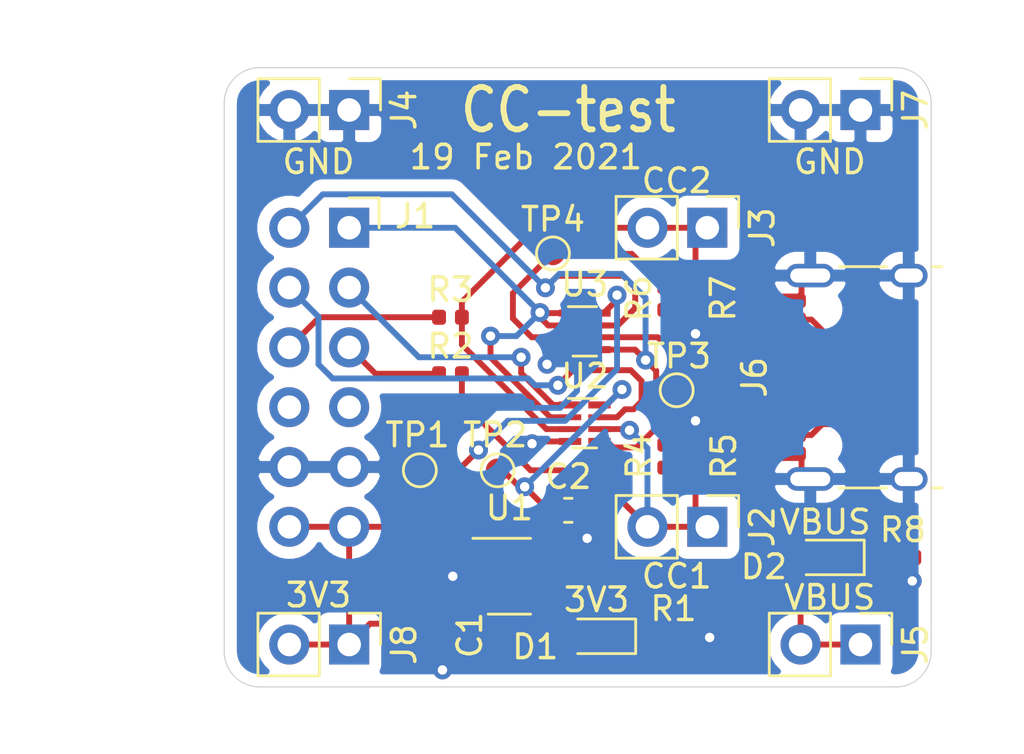
<source format=kicad_pcb>
(kicad_pcb (version 20171130) (host pcbnew 5.1.6)

  (general
    (thickness 1.6)
    (drawings 18)
    (tracks 197)
    (zones 0)
    (modules 27)
    (nets 26)
  )

  (page A4)
  (layers
    (0 F.Cu signal)
    (31 B.Cu signal)
    (32 B.Adhes user)
    (33 F.Adhes user)
    (34 B.Paste user)
    (35 F.Paste user)
    (36 B.SilkS user)
    (37 F.SilkS user)
    (38 B.Mask user)
    (39 F.Mask user)
    (40 Dwgs.User user)
    (41 Cmts.User user)
    (42 Eco1.User user)
    (43 Eco2.User user)
    (44 Edge.Cuts user)
    (45 Margin user)
    (46 B.CrtYd user)
    (47 F.CrtYd user)
    (48 B.Fab user)
    (49 F.Fab user)
  )

  (setup
    (last_trace_width 0.25)
    (trace_clearance 0.2)
    (zone_clearance 0.508)
    (zone_45_only no)
    (trace_min 0.2)
    (via_size 0.8)
    (via_drill 0.4)
    (via_min_size 0.4)
    (via_min_drill 0.3)
    (uvia_size 0.3)
    (uvia_drill 0.1)
    (uvias_allowed no)
    (uvia_min_size 0.2)
    (uvia_min_drill 0.1)
    (edge_width 0.05)
    (segment_width 0.2)
    (pcb_text_width 0.3)
    (pcb_text_size 1.5 1.5)
    (mod_edge_width 0.12)
    (mod_text_size 1 1)
    (mod_text_width 0.15)
    (pad_size 1.524 1.524)
    (pad_drill 0.762)
    (pad_to_mask_clearance 0.05)
    (aux_axis_origin 0 0)
    (visible_elements FFFDFF7F)
    (pcbplotparams
      (layerselection 0x210f8_ffffffff)
      (usegerberextensions true)
      (usegerberattributes false)
      (usegerberadvancedattributes false)
      (creategerberjobfile false)
      (excludeedgelayer true)
      (linewidth 0.100000)
      (plotframeref false)
      (viasonmask false)
      (mode 1)
      (useauxorigin false)
      (hpglpennumber 1)
      (hpglpenspeed 20)
      (hpglpendiameter 15.000000)
      (psnegative false)
      (psa4output false)
      (plotreference true)
      (plotvalue false)
      (plotinvisibletext false)
      (padsonsilk false)
      (subtractmaskfromsilk false)
      (outputformat 1)
      (mirror false)
      (drillshape 0)
      (scaleselection 1)
      (outputdirectory "gerber"))
  )

  (net 0 "")
  (net 1 GND)
  (net 2 +1V1)
  (net 3 "Net-(D1-Pad1)")
  (net 4 "Net-(D2-Pad1)")
  (net 5 "Net-(J1-Pad10)")
  (net 6 "Net-(J1-Pad4)")
  (net 7 "Net-(J6-PadA6)")
  (net 8 "Net-(J6-PadA8)")
  (net 9 "Net-(J6-PadB6)")
  (net 10 "Net-(J6-PadA7)")
  (net 11 "Net-(J6-PadB7)")
  (net 12 "Net-(J6-PadB8)")
  (net 13 "Net-(U1-Pad4)")
  (net 14 +3V3)
  (net 15 /VBUS)
  (net 16 /CC2_INPUT)
  (net 17 /CC1_INPUT)
  (net 18 /CC2_OUTPUT_DRIVE_EN)
  (net 19 /CC1_OUTPUT_DRIVE_EN)
  (net 20 /CC2_OUTPUT)
  (net 21 /CC1_OUTPUT)
  (net 22 /CC1)
  (net 23 /CC2)
  (net 24 /CC1_RP)
  (net 25 /CC2_RP)

  (net_class Default "This is the default net class."
    (clearance 0.2)
    (trace_width 0.25)
    (via_dia 0.8)
    (via_drill 0.4)
    (uvia_dia 0.3)
    (uvia_drill 0.1)
    (add_net +1V1)
    (add_net +3V3)
    (add_net /CC1)
    (add_net /CC1_INPUT)
    (add_net /CC1_OUTPUT)
    (add_net /CC1_OUTPUT_DRIVE_EN)
    (add_net /CC1_RP)
    (add_net /CC2)
    (add_net /CC2_INPUT)
    (add_net /CC2_OUTPUT)
    (add_net /CC2_OUTPUT_DRIVE_EN)
    (add_net /CC2_RP)
    (add_net /VBUS)
    (add_net GND)
    (add_net "Net-(D1-Pad1)")
    (add_net "Net-(D2-Pad1)")
    (add_net "Net-(J1-Pad10)")
    (add_net "Net-(J1-Pad4)")
    (add_net "Net-(J6-PadA6)")
    (add_net "Net-(J6-PadA7)")
    (add_net "Net-(J6-PadA8)")
    (add_net "Net-(J6-PadB6)")
    (add_net "Net-(J6-PadB7)")
    (add_net "Net-(J6-PadB8)")
    (add_net "Net-(U1-Pad4)")
  )

  (module CC-test:XSON-8_1.95x1mm_P0.5mm (layer F.Cu) (tedit 602F17D4) (tstamp 60304346)
    (at 135.3 84.4)
    (descr "XSON-8 1.95x1mm Pitch0.5mm https://www.nxp.com/docs/en/package-information/SOT833-1.pdf")
    (tags "XSON-8 1.95x1mm Pitch0.5mm SOT833-1 MO-252 XSON8")
    (path /6030FDFA)
    (attr smd)
    (fp_text reference U3 (at 0 -2) (layer F.SilkS)
      (effects (font (size 1 1) (thickness 0.15)))
    )
    (fp_text value 74AUP2G126 (at 0 2) (layer F.Fab)
      (effects (font (size 1 1) (thickness 0.15)))
    )
    (fp_text user %R (at 0 0 90) (layer F.Fab)
      (effects (font (size 0.3 0.3) (thickness 0.05)))
    )
    (fp_line (start 0.5 -0.975) (end 0.5 0.975) (layer F.Fab) (width 0.1))
    (fp_line (start 0.5 0.975) (end -0.5 0.975) (layer F.Fab) (width 0.1))
    (fp_line (start -0.5 0.975) (end -0.5 -0.475) (layer F.Fab) (width 0.1))
    (fp_line (start 0 -0.975) (end 0.5 -0.975) (layer F.Fab) (width 0.1))
    (fp_line (start 0 -0.975) (end -0.5 -0.475) (layer F.Fab) (width 0.1))
    (fp_line (start 0.5 -1.05) (end -0.7 -1.05) (layer F.SilkS) (width 0.12))
    (fp_line (start 0.5 1.05) (end -0.5 1.05) (layer F.SilkS) (width 0.12))
    (fp_line (start 1.28 -1.13) (end 1.28 1.13) (layer F.CrtYd) (width 0.05))
    (fp_line (start 1.28 1.13) (end -1.28 1.13) (layer F.CrtYd) (width 0.05))
    (fp_line (start -1.28 1.13) (end -1.28 -1.13) (layer F.CrtYd) (width 0.05))
    (fp_line (start -1.28 -1.13) (end 1.28 -1.13) (layer F.CrtYd) (width 0.05))
    (pad 1 smd rect (at -0.6 -0.775 270) (size 0.3 1) (layers F.Cu F.Paste F.Mask)
      (net 21 /CC1_OUTPUT))
    (pad 2 smd rect (at -0.625 -0.25 270) (size 0.25 0.95) (layers F.Cu F.Paste F.Mask)
      (net 21 /CC1_OUTPUT))
    (pad 3 smd rect (at -0.625 0.25 270) (size 0.25 0.95) (layers F.Cu F.Paste F.Mask)
      (net 25 /CC2_RP))
    (pad 4 smd rect (at -0.625 0.775 270) (size 0.3 0.95) (layers F.Cu F.Paste F.Mask)
      (net 1 GND))
    (pad 5 smd rect (at 0.625 0.775 270) (size 0.3 0.95) (layers F.Cu F.Paste F.Mask)
      (net 20 /CC2_OUTPUT))
    (pad 6 smd rect (at 0.625 0.25 270) (size 0.25 0.95) (layers F.Cu F.Paste F.Mask)
      (net 24 /CC1_RP))
    (pad 7 smd rect (at 0.625 -0.25 270) (size 0.25 0.95) (layers F.Cu F.Paste F.Mask)
      (net 20 /CC2_OUTPUT))
    (pad 8 smd rect (at 0.625 -0.775 270) (size 0.3 0.95) (layers F.Cu F.Paste F.Mask)
      (net 14 +3V3))
    (model ${KISYS3DMOD}/Package_SON.3dshapes/X2SON-8_1.4x1mm_P0.35mm.wrl
      (at (xyz 0 0 0))
      (scale (xyz 1 1.4286 1))
      (rotate (xyz 0 0 0))
    )
  )

  (module CC-test:XSON-8_1.95x1mm_P0.5mm (layer F.Cu) (tedit 602F17D4) (tstamp 60302D89)
    (at 135.3 88.3)
    (descr "XSON-8 1.95x1mm Pitch0.5mm https://www.nxp.com/docs/en/package-information/SOT833-1.pdf")
    (tags "XSON-8 1.95x1mm Pitch0.5mm SOT833-1 MO-252 XSON8")
    (path /60533C6F)
    (attr smd)
    (fp_text reference U2 (at 0 -2) (layer F.SilkS)
      (effects (font (size 1 1) (thickness 0.15)))
    )
    (fp_text value 74AUP2G126 (at 0 2) (layer F.Fab)
      (effects (font (size 1 1) (thickness 0.15)))
    )
    (fp_line (start -1.28 -1.13) (end 1.28 -1.13) (layer F.CrtYd) (width 0.05))
    (fp_line (start -1.28 1.13) (end -1.28 -1.13) (layer F.CrtYd) (width 0.05))
    (fp_line (start 1.28 1.13) (end -1.28 1.13) (layer F.CrtYd) (width 0.05))
    (fp_line (start 1.28 -1.13) (end 1.28 1.13) (layer F.CrtYd) (width 0.05))
    (fp_line (start 0.5 1.05) (end -0.5 1.05) (layer F.SilkS) (width 0.12))
    (fp_line (start 0.5 -1.05) (end -0.7 -1.05) (layer F.SilkS) (width 0.12))
    (fp_line (start 0 -0.975) (end -0.5 -0.475) (layer F.Fab) (width 0.1))
    (fp_line (start 0 -0.975) (end 0.5 -0.975) (layer F.Fab) (width 0.1))
    (fp_line (start -0.5 0.975) (end -0.5 -0.475) (layer F.Fab) (width 0.1))
    (fp_line (start 0.5 0.975) (end -0.5 0.975) (layer F.Fab) (width 0.1))
    (fp_line (start 0.5 -0.975) (end 0.5 0.975) (layer F.Fab) (width 0.1))
    (fp_text user %R (at 0 0 90) (layer F.Fab)
      (effects (font (size 0.3 0.3) (thickness 0.05)))
    )
    (pad 1 smd rect (at -0.6 -0.775 270) (size 0.3 1) (layers F.Cu F.Paste F.Mask)
      (net 19 /CC1_OUTPUT_DRIVE_EN))
    (pad 2 smd rect (at -0.625 -0.25 270) (size 0.25 0.95) (layers F.Cu F.Paste F.Mask)
      (net 21 /CC1_OUTPUT))
    (pad 3 smd rect (at -0.625 0.25 270) (size 0.25 0.95) (layers F.Cu F.Paste F.Mask)
      (net 23 /CC2))
    (pad 4 smd rect (at -0.625 0.775 270) (size 0.3 0.95) (layers F.Cu F.Paste F.Mask)
      (net 1 GND))
    (pad 5 smd rect (at 0.625 0.775 270) (size 0.3 0.95) (layers F.Cu F.Paste F.Mask)
      (net 20 /CC2_OUTPUT))
    (pad 6 smd rect (at 0.625 0.25 270) (size 0.25 0.95) (layers F.Cu F.Paste F.Mask)
      (net 22 /CC1))
    (pad 7 smd rect (at 0.625 -0.25 270) (size 0.25 0.95) (layers F.Cu F.Paste F.Mask)
      (net 18 /CC2_OUTPUT_DRIVE_EN))
    (pad 8 smd rect (at 0.625 -0.775 270) (size 0.3 0.95) (layers F.Cu F.Paste F.Mask)
      (net 2 +1V1))
    (model ${KISYS3DMOD}/Package_SON.3dshapes/X2SON-8_1.4x1mm_P0.35mm.wrl
      (at (xyz 0 0 0))
      (scale (xyz 1 1.4286 1))
      (rotate (xyz 0 0 0))
    )
  )

  (module TestPoint:TestPoint_Pad_D1.0mm (layer F.Cu) (tedit 5A0F774F) (tstamp 602F4141)
    (at 133.95 81.09)
    (descr "SMD pad as test Point, diameter 1.0mm")
    (tags "test point SMD pad")
    (path /60371894)
    (attr virtual)
    (fp_text reference TP4 (at 0 -1.448) (layer F.SilkS)
      (effects (font (size 1 1) (thickness 0.15)))
    )
    (fp_text value TestPoint (at 0 1.55) (layer F.Fab)
      (effects (font (size 1 1) (thickness 0.15)))
    )
    (fp_circle (center 0 0) (end 0 0.7) (layer F.SilkS) (width 0.12))
    (fp_circle (center 0 0) (end 1 0) (layer F.CrtYd) (width 0.05))
    (fp_text user %R (at 0 -1.45) (layer F.Fab)
      (effects (font (size 1 1) (thickness 0.15)))
    )
    (pad 1 smd circle (at 0 0) (size 1 1) (layers F.Cu F.Mask)
      (net 25 /CC2_RP))
  )

  (module TestPoint:TestPoint_Pad_D1.0mm (layer F.Cu) (tedit 5A0F774F) (tstamp 60305001)
    (at 139.2 86.9)
    (descr "SMD pad as test Point, diameter 1.0mm")
    (tags "test point SMD pad")
    (path /6036EB00)
    (attr virtual)
    (fp_text reference TP3 (at 0.1 -1.448) (layer F.SilkS)
      (effects (font (size 1 1) (thickness 0.15)))
    )
    (fp_text value TestPoint (at 0 1.55) (layer F.Fab)
      (effects (font (size 1 1) (thickness 0.15)))
    )
    (fp_circle (center 0 0) (end 0 0.7) (layer F.SilkS) (width 0.12))
    (fp_circle (center 0 0) (end 1 0) (layer F.CrtYd) (width 0.05))
    (fp_text user %R (at 0 -1.45) (layer F.Fab)
      (effects (font (size 1 1) (thickness 0.15)))
    )
    (pad 1 smd circle (at 0 0) (size 1 1) (layers F.Cu F.Mask)
      (net 24 /CC1_RP))
  )

  (module TestPoint:TestPoint_Pad_D1.0mm (layer F.Cu) (tedit 5A0F774F) (tstamp 602F4125)
    (at 131.6 90.3)
    (descr "SMD pad as test Point, diameter 1.0mm")
    (tags "test point SMD pad")
    (path /603AE4A4)
    (attr virtual)
    (fp_text reference TP2 (at -0.1 -1.5) (layer F.SilkS)
      (effects (font (size 1 1) (thickness 0.15)))
    )
    (fp_text value TestPoint (at 0 1.55) (layer F.Fab)
      (effects (font (size 1 1) (thickness 0.15)))
    )
    (fp_circle (center 0 0) (end 0 0.7) (layer F.SilkS) (width 0.12))
    (fp_circle (center 0 0) (end 1 0) (layer F.CrtYd) (width 0.05))
    (fp_text user %R (at 0 -1.45) (layer F.Fab)
      (effects (font (size 1 1) (thickness 0.15)))
    )
    (pad 1 smd circle (at 0 0) (size 1 1) (layers F.Cu F.Mask)
      (net 2 +1V1))
  )

  (module TestPoint:TestPoint_Pad_D1.0mm (layer F.Cu) (tedit 5A0F774F) (tstamp 602F4117)
    (at 128.3 90.3)
    (descr "SMD pad as test Point, diameter 1.0mm")
    (tags "test point SMD pad")
    (path /603DE393)
    (attr virtual)
    (fp_text reference TP1 (at -0.1 -1.5) (layer F.SilkS)
      (effects (font (size 1 1) (thickness 0.15)))
    )
    (fp_text value TestPoint (at 0 1.55) (layer F.Fab)
      (effects (font (size 1 1) (thickness 0.15)))
    )
    (fp_circle (center 0 0) (end 0 0.7) (layer F.SilkS) (width 0.12))
    (fp_circle (center 0 0) (end 1 0) (layer F.CrtYd) (width 0.05))
    (fp_text user %R (at 0 -1.45) (layer F.Fab)
      (effects (font (size 1 1) (thickness 0.15)))
    )
    (pad 1 smd circle (at 0 0) (size 1 1) (layers F.Cu F.Mask)
      (net 14 +3V3))
  )

  (module Capacitor_SMD:C_0603_1608Metric (layer F.Cu) (tedit 5B301BBE) (tstamp 602FF377)
    (at 134.6 92)
    (descr "Capacitor SMD 0603 (1608 Metric), square (rectangular) end terminal, IPC_7351 nominal, (Body size source: http://www.tortai-tech.com/upload/download/2011102023233369053.pdf), generated with kicad-footprint-generator")
    (tags capacitor)
    (path /603AB69C)
    (attr smd)
    (fp_text reference C2 (at 0 -1.43) (layer F.SilkS)
      (effects (font (size 1 1) (thickness 0.15)))
    )
    (fp_text value C (at 0 1.43) (layer F.Fab)
      (effects (font (size 1 1) (thickness 0.15)))
    )
    (fp_line (start 1.48 0.73) (end -1.48 0.73) (layer F.CrtYd) (width 0.05))
    (fp_line (start 1.48 -0.73) (end 1.48 0.73) (layer F.CrtYd) (width 0.05))
    (fp_line (start -1.48 -0.73) (end 1.48 -0.73) (layer F.CrtYd) (width 0.05))
    (fp_line (start -1.48 0.73) (end -1.48 -0.73) (layer F.CrtYd) (width 0.05))
    (fp_line (start -0.162779 0.51) (end 0.162779 0.51) (layer F.SilkS) (width 0.12))
    (fp_line (start -0.162779 -0.51) (end 0.162779 -0.51) (layer F.SilkS) (width 0.12))
    (fp_line (start 0.8 0.4) (end -0.8 0.4) (layer F.Fab) (width 0.1))
    (fp_line (start 0.8 -0.4) (end 0.8 0.4) (layer F.Fab) (width 0.1))
    (fp_line (start -0.8 -0.4) (end 0.8 -0.4) (layer F.Fab) (width 0.1))
    (fp_line (start -0.8 0.4) (end -0.8 -0.4) (layer F.Fab) (width 0.1))
    (fp_text user %R (at 0 0) (layer F.Fab)
      (effects (font (size 0.4 0.4) (thickness 0.06)))
    )
    (pad 2 smd roundrect (at 0.7875 0) (size 0.875 0.95) (layers F.Cu F.Paste F.Mask) (roundrect_rratio 0.25)
      (net 1 GND))
    (pad 1 smd roundrect (at -0.7875 0) (size 0.875 0.95) (layers F.Cu F.Paste F.Mask) (roundrect_rratio 0.25)
      (net 2 +1V1))
    (model ${KISYS3DMOD}/Capacitor_SMD.3dshapes/C_0603_1608Metric.wrl
      (at (xyz 0 0 0))
      (scale (xyz 1 1 1))
      (rotate (xyz 0 0 0))
    )
  )

  (module Package_TO_SOT_SMD:SOT-23-5 (layer F.Cu) (tedit 5A02FF57) (tstamp 602FF26E)
    (at 132.1 94.8)
    (descr "5-pin SOT23 package")
    (tags SOT-23-5)
    (path /603AA3E0)
    (attr smd)
    (fp_text reference U1 (at 0 -2.9) (layer F.SilkS)
      (effects (font (size 1 1) (thickness 0.15)))
    )
    (fp_text value MIC5504-1.8YM5 (at 0 2.9) (layer F.Fab)
      (effects (font (size 1 1) (thickness 0.15)))
    )
    (fp_line (start 0.9 -1.55) (end 0.9 1.55) (layer F.Fab) (width 0.1))
    (fp_line (start 0.9 1.55) (end -0.9 1.55) (layer F.Fab) (width 0.1))
    (fp_line (start -0.9 -0.9) (end -0.9 1.55) (layer F.Fab) (width 0.1))
    (fp_line (start 0.9 -1.55) (end -0.25 -1.55) (layer F.Fab) (width 0.1))
    (fp_line (start -0.9 -0.9) (end -0.25 -1.55) (layer F.Fab) (width 0.1))
    (fp_line (start -1.9 1.8) (end -1.9 -1.8) (layer F.CrtYd) (width 0.05))
    (fp_line (start 1.9 1.8) (end -1.9 1.8) (layer F.CrtYd) (width 0.05))
    (fp_line (start 1.9 -1.8) (end 1.9 1.8) (layer F.CrtYd) (width 0.05))
    (fp_line (start -1.9 -1.8) (end 1.9 -1.8) (layer F.CrtYd) (width 0.05))
    (fp_line (start 0.9 -1.61) (end -1.55 -1.61) (layer F.SilkS) (width 0.12))
    (fp_line (start -0.9 1.61) (end 0.9 1.61) (layer F.SilkS) (width 0.12))
    (fp_text user %R (at 0 0 90) (layer F.Fab)
      (effects (font (size 0.5 0.5) (thickness 0.075)))
    )
    (pad 5 smd rect (at 1.1 -0.95) (size 1.06 0.65) (layers F.Cu F.Paste F.Mask)
      (net 2 +1V1))
    (pad 4 smd rect (at 1.1 0.95) (size 1.06 0.65) (layers F.Cu F.Paste F.Mask)
      (net 13 "Net-(U1-Pad4)"))
    (pad 3 smd rect (at -1.1 0.95) (size 1.06 0.65) (layers F.Cu F.Paste F.Mask)
      (net 14 +3V3))
    (pad 2 smd rect (at -1.1 0) (size 1.06 0.65) (layers F.Cu F.Paste F.Mask)
      (net 1 GND))
    (pad 1 smd rect (at -1.1 -0.95) (size 1.06 0.65) (layers F.Cu F.Paste F.Mask)
      (net 14 +3V3))
    (model ${KISYS3DMOD}/Package_TO_SOT_SMD.3dshapes/SOT-23-5.wrl
      (at (xyz 0 0 0))
      (scale (xyz 1 1 1))
      (rotate (xyz 0 0 0))
    )
  )

  (module Resistor_SMD:R_0402_1005Metric (layer F.Cu) (tedit 5B301BBD) (tstamp 602F4109)
    (at 148.8 94)
    (descr "Resistor SMD 0402 (1005 Metric), square (rectangular) end terminal, IPC_7351 nominal, (Body size source: http://www.tortai-tech.com/upload/download/2011102023233369053.pdf), generated with kicad-footprint-generator")
    (tags resistor)
    (path /60301155)
    (attr smd)
    (fp_text reference R8 (at 0 -1.17) (layer F.SilkS)
      (effects (font (size 1 1) (thickness 0.15)))
    )
    (fp_text value R (at 0 1.17) (layer F.Fab)
      (effects (font (size 1 1) (thickness 0.15)))
    )
    (fp_line (start 0.93 0.47) (end -0.93 0.47) (layer F.CrtYd) (width 0.05))
    (fp_line (start 0.93 -0.47) (end 0.93 0.47) (layer F.CrtYd) (width 0.05))
    (fp_line (start -0.93 -0.47) (end 0.93 -0.47) (layer F.CrtYd) (width 0.05))
    (fp_line (start -0.93 0.47) (end -0.93 -0.47) (layer F.CrtYd) (width 0.05))
    (fp_line (start 0.5 0.25) (end -0.5 0.25) (layer F.Fab) (width 0.1))
    (fp_line (start 0.5 -0.25) (end 0.5 0.25) (layer F.Fab) (width 0.1))
    (fp_line (start -0.5 -0.25) (end 0.5 -0.25) (layer F.Fab) (width 0.1))
    (fp_line (start -0.5 0.25) (end -0.5 -0.25) (layer F.Fab) (width 0.1))
    (fp_text user %R (at 0 0) (layer F.Fab)
      (effects (font (size 0.25 0.25) (thickness 0.04)))
    )
    (pad 2 smd roundrect (at 0.485 0) (size 0.59 0.64) (layers F.Cu F.Paste F.Mask) (roundrect_rratio 0.25)
      (net 1 GND))
    (pad 1 smd roundrect (at -0.485 0) (size 0.59 0.64) (layers F.Cu F.Paste F.Mask) (roundrect_rratio 0.25)
      (net 4 "Net-(D2-Pad1)"))
    (model ${KISYS3DMOD}/Resistor_SMD.3dshapes/R_0402_1005Metric.wrl
      (at (xyz 0 0 0))
      (scale (xyz 1 1 1))
      (rotate (xyz 0 0 0))
    )
  )

  (module Resistor_SMD:R_0402_1005Metric (layer F.Cu) (tedit 5B301BBD) (tstamp 60300822)
    (at 140 83 270)
    (descr "Resistor SMD 0402 (1005 Metric), square (rectangular) end terminal, IPC_7351 nominal, (Body size source: http://www.tortai-tech.com/upload/download/2011102023233369053.pdf), generated with kicad-footprint-generator")
    (tags resistor)
    (path /6033DF25)
    (attr smd)
    (fp_text reference R7 (at 0 -1.17 90) (layer F.SilkS)
      (effects (font (size 1 1) (thickness 0.15)))
    )
    (fp_text value 5.49K±1% (at 0 1.17 90) (layer F.Fab)
      (effects (font (size 1 1) (thickness 0.15)))
    )
    (fp_line (start 0.93 0.47) (end -0.93 0.47) (layer F.CrtYd) (width 0.05))
    (fp_line (start 0.93 -0.47) (end 0.93 0.47) (layer F.CrtYd) (width 0.05))
    (fp_line (start -0.93 -0.47) (end 0.93 -0.47) (layer F.CrtYd) (width 0.05))
    (fp_line (start -0.93 0.47) (end -0.93 -0.47) (layer F.CrtYd) (width 0.05))
    (fp_line (start 0.5 0.25) (end -0.5 0.25) (layer F.Fab) (width 0.1))
    (fp_line (start 0.5 -0.25) (end 0.5 0.25) (layer F.Fab) (width 0.1))
    (fp_line (start -0.5 -0.25) (end 0.5 -0.25) (layer F.Fab) (width 0.1))
    (fp_line (start -0.5 0.25) (end -0.5 -0.25) (layer F.Fab) (width 0.1))
    (fp_text user %R (at 0 0 90) (layer F.Fab)
      (effects (font (size 0.25 0.25) (thickness 0.04)))
    )
    (pad 2 smd roundrect (at 0.485 0 270) (size 0.59 0.64) (layers F.Cu F.Paste F.Mask) (roundrect_rratio 0.25)
      (net 1 GND))
    (pad 1 smd roundrect (at -0.485 0 270) (size 0.59 0.64) (layers F.Cu F.Paste F.Mask) (roundrect_rratio 0.25)
      (net 23 /CC2))
    (model ${KISYS3DMOD}/Resistor_SMD.3dshapes/R_0402_1005Metric.wrl
      (at (xyz 0 0 0))
      (scale (xyz 1 1 1))
      (rotate (xyz 0 0 0))
    )
  )

  (module Resistor_SMD:R_0402_1005Metric (layer F.Cu) (tedit 5B301BBD) (tstamp 6030492D)
    (at 138.7 83 270)
    (descr "Resistor SMD 0402 (1005 Metric), square (rectangular) end terminal, IPC_7351 nominal, (Body size source: http://www.tortai-tech.com/upload/download/2011102023233369053.pdf), generated with kicad-footprint-generator")
    (tags resistor)
    (path /6033DF31)
    (attr smd)
    (fp_text reference R6 (at 0 1.1 90) (layer F.SilkS)
      (effects (font (size 1 1) (thickness 0.15)))
    )
    (fp_text value 18.7K±1% (at 0 1.17 90) (layer F.Fab)
      (effects (font (size 1 1) (thickness 0.15)))
    )
    (fp_line (start 0.93 0.47) (end -0.93 0.47) (layer F.CrtYd) (width 0.05))
    (fp_line (start 0.93 -0.47) (end 0.93 0.47) (layer F.CrtYd) (width 0.05))
    (fp_line (start -0.93 -0.47) (end 0.93 -0.47) (layer F.CrtYd) (width 0.05))
    (fp_line (start -0.93 0.47) (end -0.93 -0.47) (layer F.CrtYd) (width 0.05))
    (fp_line (start 0.5 0.25) (end -0.5 0.25) (layer F.Fab) (width 0.1))
    (fp_line (start 0.5 -0.25) (end 0.5 0.25) (layer F.Fab) (width 0.1))
    (fp_line (start -0.5 -0.25) (end 0.5 -0.25) (layer F.Fab) (width 0.1))
    (fp_line (start -0.5 0.25) (end -0.5 -0.25) (layer F.Fab) (width 0.1))
    (fp_text user %R (at 0 0 90) (layer F.Fab)
      (effects (font (size 0.25 0.25) (thickness 0.04)))
    )
    (pad 2 smd roundrect (at 0.485 0 270) (size 0.59 0.64) (layers F.Cu F.Paste F.Mask) (roundrect_rratio 0.25)
      (net 23 /CC2))
    (pad 1 smd roundrect (at -0.485 0 270) (size 0.59 0.64) (layers F.Cu F.Paste F.Mask) (roundrect_rratio 0.25)
      (net 25 /CC2_RP))
    (model ${KISYS3DMOD}/Resistor_SMD.3dshapes/R_0402_1005Metric.wrl
      (at (xyz 0 0 0))
      (scale (xyz 1 1 1))
      (rotate (xyz 0 0 0))
    )
  )

  (module Resistor_SMD:R_0402_1005Metric (layer F.Cu) (tedit 5B301BBD) (tstamp 602FF70B)
    (at 140 89.7 90)
    (descr "Resistor SMD 0402 (1005 Metric), square (rectangular) end terminal, IPC_7351 nominal, (Body size source: http://www.tortai-tech.com/upload/download/2011102023233369053.pdf), generated with kicad-footprint-generator")
    (tags resistor)
    (path /602EDEFE)
    (attr smd)
    (fp_text reference R5 (at 0 1.2 90) (layer F.SilkS)
      (effects (font (size 1 1) (thickness 0.15)))
    )
    (fp_text value 5.49K±1% (at 0 1.17 90) (layer F.Fab)
      (effects (font (size 1 1) (thickness 0.15)))
    )
    (fp_line (start 0.93 0.47) (end -0.93 0.47) (layer F.CrtYd) (width 0.05))
    (fp_line (start 0.93 -0.47) (end 0.93 0.47) (layer F.CrtYd) (width 0.05))
    (fp_line (start -0.93 -0.47) (end 0.93 -0.47) (layer F.CrtYd) (width 0.05))
    (fp_line (start -0.93 0.47) (end -0.93 -0.47) (layer F.CrtYd) (width 0.05))
    (fp_line (start 0.5 0.25) (end -0.5 0.25) (layer F.Fab) (width 0.1))
    (fp_line (start 0.5 -0.25) (end 0.5 0.25) (layer F.Fab) (width 0.1))
    (fp_line (start -0.5 -0.25) (end 0.5 -0.25) (layer F.Fab) (width 0.1))
    (fp_line (start -0.5 0.25) (end -0.5 -0.25) (layer F.Fab) (width 0.1))
    (fp_text user %R (at 0 0 90) (layer F.Fab)
      (effects (font (size 0.25 0.25) (thickness 0.04)))
    )
    (pad 2 smd roundrect (at 0.485 0 90) (size 0.59 0.64) (layers F.Cu F.Paste F.Mask) (roundrect_rratio 0.25)
      (net 1 GND))
    (pad 1 smd roundrect (at -0.485 0 90) (size 0.59 0.64) (layers F.Cu F.Paste F.Mask) (roundrect_rratio 0.25)
      (net 22 /CC1))
    (model ${KISYS3DMOD}/Resistor_SMD.3dshapes/R_0402_1005Metric.wrl
      (at (xyz 0 0 0))
      (scale (xyz 1 1 1))
      (rotate (xyz 0 0 0))
    )
  )

  (module Resistor_SMD:R_0402_1005Metric (layer F.Cu) (tedit 5B301BBD) (tstamp 60300602)
    (at 138.7 89.7 270)
    (descr "Resistor SMD 0402 (1005 Metric), square (rectangular) end terminal, IPC_7351 nominal, (Body size source: http://www.tortai-tech.com/upload/download/2011102023233369053.pdf), generated with kicad-footprint-generator")
    (tags resistor)
    (path /60308C0A)
    (attr smd)
    (fp_text reference R4 (at 0 1.1 90) (layer F.SilkS)
      (effects (font (size 1 1) (thickness 0.15)))
    )
    (fp_text value 18.7K±1% (at 0 1.17 90) (layer F.Fab)
      (effects (font (size 1 1) (thickness 0.15)))
    )
    (fp_line (start 0.93 0.47) (end -0.93 0.47) (layer F.CrtYd) (width 0.05))
    (fp_line (start 0.93 -0.47) (end 0.93 0.47) (layer F.CrtYd) (width 0.05))
    (fp_line (start -0.93 -0.47) (end 0.93 -0.47) (layer F.CrtYd) (width 0.05))
    (fp_line (start -0.93 0.47) (end -0.93 -0.47) (layer F.CrtYd) (width 0.05))
    (fp_line (start 0.5 0.25) (end -0.5 0.25) (layer F.Fab) (width 0.1))
    (fp_line (start 0.5 -0.25) (end 0.5 0.25) (layer F.Fab) (width 0.1))
    (fp_line (start -0.5 -0.25) (end 0.5 -0.25) (layer F.Fab) (width 0.1))
    (fp_line (start -0.5 0.25) (end -0.5 -0.25) (layer F.Fab) (width 0.1))
    (fp_text user %R (at 0 0 90) (layer F.Fab)
      (effects (font (size 0.25 0.25) (thickness 0.04)))
    )
    (pad 2 smd roundrect (at 0.485 0 270) (size 0.59 0.64) (layers F.Cu F.Paste F.Mask) (roundrect_rratio 0.25)
      (net 22 /CC1))
    (pad 1 smd roundrect (at -0.485 0 270) (size 0.59 0.64) (layers F.Cu F.Paste F.Mask) (roundrect_rratio 0.25)
      (net 24 /CC1_RP))
    (model ${KISYS3DMOD}/Resistor_SMD.3dshapes/R_0402_1005Metric.wrl
      (at (xyz 0 0 0))
      (scale (xyz 1 1 1))
      (rotate (xyz 0 0 0))
    )
  )

  (module Resistor_SMD:R_0402_1005Metric (layer F.Cu) (tedit 5B301BBD) (tstamp 602F40BE)
    (at 129.6 83.8)
    (descr "Resistor SMD 0402 (1005 Metric), square (rectangular) end terminal, IPC_7351 nominal, (Body size source: http://www.tortai-tech.com/upload/download/2011102023233369053.pdf), generated with kicad-footprint-generator")
    (tags resistor)
    (path /6033DF67)
    (attr smd)
    (fp_text reference R3 (at 0 -1.17) (layer F.SilkS)
      (effects (font (size 1 1) (thickness 0.15)))
    )
    (fp_text value 33k (at 0 1.17) (layer F.Fab)
      (effects (font (size 1 1) (thickness 0.15)))
    )
    (fp_line (start 0.93 0.47) (end -0.93 0.47) (layer F.CrtYd) (width 0.05))
    (fp_line (start 0.93 -0.47) (end 0.93 0.47) (layer F.CrtYd) (width 0.05))
    (fp_line (start -0.93 -0.47) (end 0.93 -0.47) (layer F.CrtYd) (width 0.05))
    (fp_line (start -0.93 0.47) (end -0.93 -0.47) (layer F.CrtYd) (width 0.05))
    (fp_line (start 0.5 0.25) (end -0.5 0.25) (layer F.Fab) (width 0.1))
    (fp_line (start 0.5 -0.25) (end 0.5 0.25) (layer F.Fab) (width 0.1))
    (fp_line (start -0.5 -0.25) (end 0.5 -0.25) (layer F.Fab) (width 0.1))
    (fp_line (start -0.5 0.25) (end -0.5 -0.25) (layer F.Fab) (width 0.1))
    (fp_text user %R (at 0 0) (layer F.Fab)
      (effects (font (size 0.25 0.25) (thickness 0.04)))
    )
    (pad 2 smd roundrect (at 0.485 0) (size 0.59 0.64) (layers F.Cu F.Paste F.Mask) (roundrect_rratio 0.25)
      (net 23 /CC2))
    (pad 1 smd roundrect (at -0.485 0) (size 0.59 0.64) (layers F.Cu F.Paste F.Mask) (roundrect_rratio 0.25)
      (net 16 /CC2_INPUT))
    (model ${KISYS3DMOD}/Resistor_SMD.3dshapes/R_0402_1005Metric.wrl
      (at (xyz 0 0 0))
      (scale (xyz 1 1 1))
      (rotate (xyz 0 0 0))
    )
  )

  (module Resistor_SMD:R_0402_1005Metric (layer F.Cu) (tedit 5B301BBD) (tstamp 602FF921)
    (at 129.6 86.2)
    (descr "Resistor SMD 0402 (1005 Metric), square (rectangular) end terminal, IPC_7351 nominal, (Body size source: http://www.tortai-tech.com/upload/download/2011102023233369053.pdf), generated with kicad-footprint-generator")
    (tags resistor)
    (path /6032ADA4)
    (attr smd)
    (fp_text reference R2 (at 0 -1.17) (layer F.SilkS)
      (effects (font (size 1 1) (thickness 0.15)))
    )
    (fp_text value 33k (at 0 1.17) (layer F.Fab)
      (effects (font (size 1 1) (thickness 0.15)))
    )
    (fp_line (start 0.93 0.47) (end -0.93 0.47) (layer F.CrtYd) (width 0.05))
    (fp_line (start 0.93 -0.47) (end 0.93 0.47) (layer F.CrtYd) (width 0.05))
    (fp_line (start -0.93 -0.47) (end 0.93 -0.47) (layer F.CrtYd) (width 0.05))
    (fp_line (start -0.93 0.47) (end -0.93 -0.47) (layer F.CrtYd) (width 0.05))
    (fp_line (start 0.5 0.25) (end -0.5 0.25) (layer F.Fab) (width 0.1))
    (fp_line (start 0.5 -0.25) (end 0.5 0.25) (layer F.Fab) (width 0.1))
    (fp_line (start -0.5 -0.25) (end 0.5 -0.25) (layer F.Fab) (width 0.1))
    (fp_line (start -0.5 0.25) (end -0.5 -0.25) (layer F.Fab) (width 0.1))
    (fp_text user %R (at 0 0) (layer F.Fab)
      (effects (font (size 0.25 0.25) (thickness 0.04)))
    )
    (pad 2 smd roundrect (at 0.485 0) (size 0.59 0.64) (layers F.Cu F.Paste F.Mask) (roundrect_rratio 0.25)
      (net 22 /CC1))
    (pad 1 smd roundrect (at -0.485 0) (size 0.59 0.64) (layers F.Cu F.Paste F.Mask) (roundrect_rratio 0.25)
      (net 17 /CC1_INPUT))
    (model ${KISYS3DMOD}/Resistor_SMD.3dshapes/R_0402_1005Metric.wrl
      (at (xyz 0 0 0))
      (scale (xyz 1 1 1))
      (rotate (xyz 0 0 0))
    )
  )

  (module Resistor_SMD:R_0402_1005Metric (layer F.Cu) (tedit 5B301BBD) (tstamp 602FF47B)
    (at 139.065 97.35)
    (descr "Resistor SMD 0402 (1005 Metric), square (rectangular) end terminal, IPC_7351 nominal, (Body size source: http://www.tortai-tech.com/upload/download/2011102023233369053.pdf), generated with kicad-footprint-generator")
    (tags resistor)
    (path /6041CB64)
    (attr smd)
    (fp_text reference R1 (at 0 -1.17) (layer F.SilkS)
      (effects (font (size 1 1) (thickness 0.15)))
    )
    (fp_text value R (at 0 1.17) (layer F.Fab)
      (effects (font (size 1 1) (thickness 0.15)))
    )
    (fp_line (start 0.93 0.47) (end -0.93 0.47) (layer F.CrtYd) (width 0.05))
    (fp_line (start 0.93 -0.47) (end 0.93 0.47) (layer F.CrtYd) (width 0.05))
    (fp_line (start -0.93 -0.47) (end 0.93 -0.47) (layer F.CrtYd) (width 0.05))
    (fp_line (start -0.93 0.47) (end -0.93 -0.47) (layer F.CrtYd) (width 0.05))
    (fp_line (start 0.5 0.25) (end -0.5 0.25) (layer F.Fab) (width 0.1))
    (fp_line (start 0.5 -0.25) (end 0.5 0.25) (layer F.Fab) (width 0.1))
    (fp_line (start -0.5 -0.25) (end 0.5 -0.25) (layer F.Fab) (width 0.1))
    (fp_line (start -0.5 0.25) (end -0.5 -0.25) (layer F.Fab) (width 0.1))
    (fp_text user %R (at 0 0) (layer F.Fab)
      (effects (font (size 0.25 0.25) (thickness 0.04)))
    )
    (pad 2 smd roundrect (at 0.485 0) (size 0.59 0.64) (layers F.Cu F.Paste F.Mask) (roundrect_rratio 0.25)
      (net 1 GND))
    (pad 1 smd roundrect (at -0.485 0) (size 0.59 0.64) (layers F.Cu F.Paste F.Mask) (roundrect_rratio 0.25)
      (net 3 "Net-(D1-Pad1)"))
    (model ${KISYS3DMOD}/Resistor_SMD.3dshapes/R_0402_1005Metric.wrl
      (at (xyz 0 0 0))
      (scale (xyz 1 1 1))
      (rotate (xyz 0 0 0))
    )
  )

  (module Connector_PinHeader_2.54mm:PinHeader_1x02_P2.54mm_Vertical (layer F.Cu) (tedit 59FED5CC) (tstamp 602FF60B)
    (at 125.3 97.7 270)
    (descr "Through hole straight pin header, 1x02, 2.54mm pitch, single row")
    (tags "Through hole pin header THT 1x02 2.54mm single row")
    (path /603F4926)
    (fp_text reference J8 (at 0 -2.33 90) (layer F.SilkS)
      (effects (font (size 1 1) (thickness 0.15)))
    )
    (fp_text value Conn_01x02 (at 0 4.87 90) (layer F.Fab)
      (effects (font (size 1 1) (thickness 0.15)))
    )
    (fp_line (start 1.8 -1.8) (end -1.8 -1.8) (layer F.CrtYd) (width 0.05))
    (fp_line (start 1.8 4.35) (end 1.8 -1.8) (layer F.CrtYd) (width 0.05))
    (fp_line (start -1.8 4.35) (end 1.8 4.35) (layer F.CrtYd) (width 0.05))
    (fp_line (start -1.8 -1.8) (end -1.8 4.35) (layer F.CrtYd) (width 0.05))
    (fp_line (start -1.33 -1.33) (end 0 -1.33) (layer F.SilkS) (width 0.12))
    (fp_line (start -1.33 0) (end -1.33 -1.33) (layer F.SilkS) (width 0.12))
    (fp_line (start -1.33 1.27) (end 1.33 1.27) (layer F.SilkS) (width 0.12))
    (fp_line (start 1.33 1.27) (end 1.33 3.87) (layer F.SilkS) (width 0.12))
    (fp_line (start -1.33 1.27) (end -1.33 3.87) (layer F.SilkS) (width 0.12))
    (fp_line (start -1.33 3.87) (end 1.33 3.87) (layer F.SilkS) (width 0.12))
    (fp_line (start -1.27 -0.635) (end -0.635 -1.27) (layer F.Fab) (width 0.1))
    (fp_line (start -1.27 3.81) (end -1.27 -0.635) (layer F.Fab) (width 0.1))
    (fp_line (start 1.27 3.81) (end -1.27 3.81) (layer F.Fab) (width 0.1))
    (fp_line (start 1.27 -1.27) (end 1.27 3.81) (layer F.Fab) (width 0.1))
    (fp_line (start -0.635 -1.27) (end 1.27 -1.27) (layer F.Fab) (width 0.1))
    (fp_text user %R (at 0 1.27) (layer F.Fab)
      (effects (font (size 1 1) (thickness 0.15)))
    )
    (pad 2 thru_hole oval (at 0 2.54 270) (size 1.7 1.7) (drill 1) (layers *.Cu *.Mask)
      (net 14 +3V3))
    (pad 1 thru_hole rect (at 0 0 270) (size 1.7 1.7) (drill 1) (layers *.Cu *.Mask)
      (net 14 +3V3))
    (model ${KISYS3DMOD}/Connector_PinHeader_2.54mm.3dshapes/PinHeader_1x02_P2.54mm_Vertical.wrl
      (at (xyz 0 0 0))
      (scale (xyz 1 1 1))
      (rotate (xyz 0 0 0))
    )
  )

  (module Connector_PinHeader_2.54mm:PinHeader_1x02_P2.54mm_Vertical (layer F.Cu) (tedit 59FED5CC) (tstamp 602F407B)
    (at 147 75 270)
    (descr "Through hole straight pin header, 1x02, 2.54mm pitch, single row")
    (tags "Through hole pin header THT 1x02 2.54mm single row")
    (path /602F67D9)
    (fp_text reference J7 (at 0 -2.33 90) (layer F.SilkS)
      (effects (font (size 1 1) (thickness 0.15)))
    )
    (fp_text value Conn_01x02 (at 0 4.87 90) (layer F.Fab)
      (effects (font (size 1 1) (thickness 0.15)))
    )
    (fp_line (start 1.8 -1.8) (end -1.8 -1.8) (layer F.CrtYd) (width 0.05))
    (fp_line (start 1.8 4.35) (end 1.8 -1.8) (layer F.CrtYd) (width 0.05))
    (fp_line (start -1.8 4.35) (end 1.8 4.35) (layer F.CrtYd) (width 0.05))
    (fp_line (start -1.8 -1.8) (end -1.8 4.35) (layer F.CrtYd) (width 0.05))
    (fp_line (start -1.33 -1.33) (end 0 -1.33) (layer F.SilkS) (width 0.12))
    (fp_line (start -1.33 0) (end -1.33 -1.33) (layer F.SilkS) (width 0.12))
    (fp_line (start -1.33 1.27) (end 1.33 1.27) (layer F.SilkS) (width 0.12))
    (fp_line (start 1.33 1.27) (end 1.33 3.87) (layer F.SilkS) (width 0.12))
    (fp_line (start -1.33 1.27) (end -1.33 3.87) (layer F.SilkS) (width 0.12))
    (fp_line (start -1.33 3.87) (end 1.33 3.87) (layer F.SilkS) (width 0.12))
    (fp_line (start -1.27 -0.635) (end -0.635 -1.27) (layer F.Fab) (width 0.1))
    (fp_line (start -1.27 3.81) (end -1.27 -0.635) (layer F.Fab) (width 0.1))
    (fp_line (start 1.27 3.81) (end -1.27 3.81) (layer F.Fab) (width 0.1))
    (fp_line (start 1.27 -1.27) (end 1.27 3.81) (layer F.Fab) (width 0.1))
    (fp_line (start -0.635 -1.27) (end 1.27 -1.27) (layer F.Fab) (width 0.1))
    (fp_text user %R (at 0 1.27) (layer F.Fab)
      (effects (font (size 1 1) (thickness 0.15)))
    )
    (pad 2 thru_hole oval (at 0 2.54 270) (size 1.7 1.7) (drill 1) (layers *.Cu *.Mask)
      (net 1 GND))
    (pad 1 thru_hole rect (at 0 0 270) (size 1.7 1.7) (drill 1) (layers *.Cu *.Mask)
      (net 1 GND))
    (model ${KISYS3DMOD}/Connector_PinHeader_2.54mm.3dshapes/PinHeader_1x02_P2.54mm_Vertical.wrl
      (at (xyz 0 0 0))
      (scale (xyz 1 1 1))
      (rotate (xyz 0 0 0))
    )
  )

  (module CC-test:USB_C_Receptacle_HRO_TYPE-C-31-M-12 (layer F.Cu) (tedit 5FF37A1C) (tstamp 602FEF20)
    (at 148 86.35 90)
    (descr "USB Type-C receptacle for USB 2.0 and PD, http://www.krhro.com/uploads/soft/180320/1-1P320120243.pdf")
    (tags "USB_C female connector receptacle type-c usb-2.0 usb pd")
    (path /602EC284)
    (attr smd)
    (fp_text reference J6 (at 0 -5.5 -90) (layer F.SilkS)
      (effects (font (size 1 1) (thickness 0.15)))
    )
    (fp_text value USB_C_Receptacle_USB2.0 (at 0 5.1 90) (layer F.Fab)
      (effects (font (size 1 1) (thickness 0.15)))
    )
    (fp_line (start -4.7 2) (end -4.7 2.45) (layer F.SilkS) (width 0.12))
    (fp_line (start -4.7 -1.9) (end -4.7 0.1) (layer F.SilkS) (width 0.12))
    (fp_line (start 4.7 2) (end 4.7 2.45) (layer F.SilkS) (width 0.12))
    (fp_line (start 4.7 -1.9) (end 4.7 0.1) (layer F.SilkS) (width 0.12))
    (fp_line (start 5.32 -5.27) (end 5.32 4.15) (layer F.CrtYd) (width 0.05))
    (fp_line (start -5.32 -5.27) (end -5.32 4.15) (layer F.CrtYd) (width 0.05))
    (fp_line (start -5.32 4.15) (end 5.32 4.15) (layer F.CrtYd) (width 0.05))
    (fp_line (start -5.32 -5.27) (end 5.32 -5.27) (layer F.CrtYd) (width 0.05))
    (fp_line (start 4.47 -3.65) (end 4.47 3.65) (layer F.Fab) (width 0.1))
    (fp_line (start -4.47 3.65) (end 4.47 3.65) (layer F.Fab) (width 0.1))
    (fp_line (start -4.47 -3.65) (end -4.47 3.65) (layer F.Fab) (width 0.1))
    (fp_line (start -4.47 -3.65) (end 4.47 -3.65) (layer F.Fab) (width 0.1))
    (fp_text user %R (at 0 0 90) (layer F.Fab)
      (effects (font (size 1 1) (thickness 0.15)))
    )
    (pad B1 smd roundrect (at 3.25 -4.045 90) (size 0.6 1.45) (layers F.Cu F.Paste F.Mask) (roundrect_rratio 0.25)
      (net 1 GND))
    (pad A9 smd roundrect (at 2.45 -4.045 90) (size 0.6 1.45) (layers F.Cu F.Paste F.Mask) (roundrect_rratio 0.25)
      (net 15 /VBUS))
    (pad B9 smd roundrect (at -2.45 -4.045 90) (size 0.6 1.45) (layers F.Cu F.Paste F.Mask) (roundrect_rratio 0.25)
      (net 15 /VBUS))
    (pad B12 smd roundrect (at -3.25 -4.045 90) (size 0.6 1.45) (layers F.Cu F.Paste F.Mask) (roundrect_rratio 0.25)
      (net 1 GND))
    (pad A1 smd roundrect (at -3.25 -4.045 90) (size 0.6 1.45) (layers F.Cu F.Paste F.Mask) (roundrect_rratio 0.25)
      (net 1 GND))
    (pad A4 smd roundrect (at -2.45 -4.045 90) (size 0.6 1.45) (layers F.Cu F.Paste F.Mask) (roundrect_rratio 0.25)
      (net 15 /VBUS))
    (pad B4 smd roundrect (at 2.45 -4.045 90) (size 0.6 1.45) (layers F.Cu F.Paste F.Mask) (roundrect_rratio 0.25)
      (net 15 /VBUS))
    (pad A12 smd roundrect (at 3.25 -4.045 90) (size 0.6 1.45) (layers F.Cu F.Paste F.Mask) (roundrect_rratio 0.25)
      (net 1 GND))
    (pad B8 smd roundrect (at -1.75 -4.045 90) (size 0.3 1.45) (layers F.Cu F.Paste F.Mask) (roundrect_rratio 0.25)
      (net 12 "Net-(J6-PadB8)"))
    (pad A5 smd roundrect (at -1.25 -4.045 90) (size 0.3 1.45) (layers F.Cu F.Paste F.Mask) (roundrect_rratio 0.25)
      (net 22 /CC1))
    (pad B7 smd roundrect (at -0.75 -4.045 90) (size 0.3 1.45) (layers F.Cu F.Paste F.Mask) (roundrect_rratio 0.25)
      (net 11 "Net-(J6-PadB7)"))
    (pad A7 smd roundrect (at 0.25 -4.045 90) (size 0.3 1.45) (layers F.Cu F.Paste F.Mask) (roundrect_rratio 0.25)
      (net 10 "Net-(J6-PadA7)"))
    (pad B6 smd roundrect (at 0.75 -4.045 90) (size 0.3 1.45) (layers F.Cu F.Paste F.Mask) (roundrect_rratio 0.25)
      (net 9 "Net-(J6-PadB6)"))
    (pad A8 smd roundrect (at 1.25 -4.045 90) (size 0.3 1.45) (layers F.Cu F.Paste F.Mask) (roundrect_rratio 0.25)
      (net 8 "Net-(J6-PadA8)"))
    (pad B5 smd roundrect (at 1.75 -4.045 90) (size 0.3 1.45) (layers F.Cu F.Paste F.Mask) (roundrect_rratio 0.25)
      (net 23 /CC2))
    (pad A6 smd roundrect (at -0.25 -4.045 90) (size 0.3 1.45) (layers F.Cu F.Paste F.Mask) (roundrect_rratio 0.25)
      (net 7 "Net-(J6-PadA6)"))
    (pad S1 thru_hole oval (at 4.32 -3.13 90) (size 1 2.1) (drill oval 0.6 1.7) (layers *.Cu *.Mask F.Paste)
      (net 1 GND) (solder_paste_margin 0.1))
    (pad S1 thru_hole oval (at -4.32 -3.13 90) (size 1 2.1) (drill oval 0.6 1.7) (layers *.Cu *.Mask F.Paste)
      (net 1 GND) (solder_paste_margin 0.1))
    (pad "" np_thru_hole circle (at -2.89 -2.6 90) (size 0.65 0.65) (drill 0.65) (layers *.Cu *.Mask))
    (pad S1 thru_hole oval (at -4.32 1.05 90) (size 1 1.6) (drill oval 0.6 1.2) (layers *.Cu *.Mask F.Paste)
      (net 1 GND) (solder_paste_margin 0.1))
    (pad "" np_thru_hole circle (at 2.89 -2.6 90) (size 0.65 0.65) (drill 0.65) (layers *.Cu *.Mask))
    (pad S1 thru_hole oval (at 4.32 1.05 90) (size 1 1.6) (drill oval 0.6 1.2) (layers *.Cu *.Mask F.Paste)
      (net 1 GND) (solder_paste_margin 0.1))
    (model "$(KIPRJMOD)/../libraries/luna.3dshapes/USB_C_Receptacle_HRO_TYPE-C-31-M-12.step"
      (offset (xyz -4.5 -3.6 0))
      (scale (xyz 1 1 1))
      (rotate (xyz 0 0 0))
    )
  )

  (module Connector_PinHeader_2.54mm:PinHeader_1x02_P2.54mm_Vertical (layer F.Cu) (tedit 59FED5CC) (tstamp 602F403E)
    (at 147 97.7 270)
    (descr "Through hole straight pin header, 1x02, 2.54mm pitch, single row")
    (tags "Through hole pin header THT 1x02 2.54mm single row")
    (path /602EFE98)
    (fp_text reference J5 (at 0 -2.33 90) (layer F.SilkS)
      (effects (font (size 1 1) (thickness 0.15)))
    )
    (fp_text value Conn_01x02 (at 0 4.87 90) (layer F.Fab)
      (effects (font (size 1 1) (thickness 0.15)))
    )
    (fp_line (start -0.635 -1.27) (end 1.27 -1.27) (layer F.Fab) (width 0.1))
    (fp_line (start 1.27 -1.27) (end 1.27 3.81) (layer F.Fab) (width 0.1))
    (fp_line (start 1.27 3.81) (end -1.27 3.81) (layer F.Fab) (width 0.1))
    (fp_line (start -1.27 3.81) (end -1.27 -0.635) (layer F.Fab) (width 0.1))
    (fp_line (start -1.27 -0.635) (end -0.635 -1.27) (layer F.Fab) (width 0.1))
    (fp_line (start -1.33 3.87) (end 1.33 3.87) (layer F.SilkS) (width 0.12))
    (fp_line (start -1.33 1.27) (end -1.33 3.87) (layer F.SilkS) (width 0.12))
    (fp_line (start 1.33 1.27) (end 1.33 3.87) (layer F.SilkS) (width 0.12))
    (fp_line (start -1.33 1.27) (end 1.33 1.27) (layer F.SilkS) (width 0.12))
    (fp_line (start -1.33 0) (end -1.33 -1.33) (layer F.SilkS) (width 0.12))
    (fp_line (start -1.33 -1.33) (end 0 -1.33) (layer F.SilkS) (width 0.12))
    (fp_line (start -1.8 -1.8) (end -1.8 4.35) (layer F.CrtYd) (width 0.05))
    (fp_line (start -1.8 4.35) (end 1.8 4.35) (layer F.CrtYd) (width 0.05))
    (fp_line (start 1.8 4.35) (end 1.8 -1.8) (layer F.CrtYd) (width 0.05))
    (fp_line (start 1.8 -1.8) (end -1.8 -1.8) (layer F.CrtYd) (width 0.05))
    (fp_text user %R (at 0 1.27) (layer F.Fab)
      (effects (font (size 1 1) (thickness 0.15)))
    )
    (pad 1 thru_hole rect (at 0 0 270) (size 1.7 1.7) (drill 1) (layers *.Cu *.Mask)
      (net 15 /VBUS))
    (pad 2 thru_hole oval (at 0 2.54 270) (size 1.7 1.7) (drill 1) (layers *.Cu *.Mask)
      (net 15 /VBUS))
    (model ${KISYS3DMOD}/Connector_PinHeader_2.54mm.3dshapes/PinHeader_1x02_P2.54mm_Vertical.wrl
      (at (xyz 0 0 0))
      (scale (xyz 1 1 1))
      (rotate (xyz 0 0 0))
    )
  )

  (module Connector_PinHeader_2.54mm:PinHeader_1x02_P2.54mm_Vertical (layer F.Cu) (tedit 59FED5CC) (tstamp 602F4028)
    (at 125.3 75 270)
    (descr "Through hole straight pin header, 1x02, 2.54mm pitch, single row")
    (tags "Through hole pin header THT 1x02 2.54mm single row")
    (path /602F2B50)
    (fp_text reference J4 (at 0 -2.33 90) (layer F.SilkS)
      (effects (font (size 1 1) (thickness 0.15)))
    )
    (fp_text value Conn_01x02 (at 0 4.87 90) (layer F.Fab)
      (effects (font (size 1 1) (thickness 0.15)))
    )
    (fp_line (start 1.8 -1.8) (end -1.8 -1.8) (layer F.CrtYd) (width 0.05))
    (fp_line (start 1.8 4.35) (end 1.8 -1.8) (layer F.CrtYd) (width 0.05))
    (fp_line (start -1.8 4.35) (end 1.8 4.35) (layer F.CrtYd) (width 0.05))
    (fp_line (start -1.8 -1.8) (end -1.8 4.35) (layer F.CrtYd) (width 0.05))
    (fp_line (start -1.33 -1.33) (end 0 -1.33) (layer F.SilkS) (width 0.12))
    (fp_line (start -1.33 0) (end -1.33 -1.33) (layer F.SilkS) (width 0.12))
    (fp_line (start -1.33 1.27) (end 1.33 1.27) (layer F.SilkS) (width 0.12))
    (fp_line (start 1.33 1.27) (end 1.33 3.87) (layer F.SilkS) (width 0.12))
    (fp_line (start -1.33 1.27) (end -1.33 3.87) (layer F.SilkS) (width 0.12))
    (fp_line (start -1.33 3.87) (end 1.33 3.87) (layer F.SilkS) (width 0.12))
    (fp_line (start -1.27 -0.635) (end -0.635 -1.27) (layer F.Fab) (width 0.1))
    (fp_line (start -1.27 3.81) (end -1.27 -0.635) (layer F.Fab) (width 0.1))
    (fp_line (start 1.27 3.81) (end -1.27 3.81) (layer F.Fab) (width 0.1))
    (fp_line (start 1.27 -1.27) (end 1.27 3.81) (layer F.Fab) (width 0.1))
    (fp_line (start -0.635 -1.27) (end 1.27 -1.27) (layer F.Fab) (width 0.1))
    (fp_text user %R (at 0 1.27) (layer F.Fab)
      (effects (font (size 1 1) (thickness 0.15)))
    )
    (pad 2 thru_hole oval (at 0 2.54 270) (size 1.7 1.7) (drill 1) (layers *.Cu *.Mask)
      (net 1 GND))
    (pad 1 thru_hole rect (at 0 0 270) (size 1.7 1.7) (drill 1) (layers *.Cu *.Mask)
      (net 1 GND))
    (model ${KISYS3DMOD}/Connector_PinHeader_2.54mm.3dshapes/PinHeader_1x02_P2.54mm_Vertical.wrl
      (at (xyz 0 0 0))
      (scale (xyz 1 1 1))
      (rotate (xyz 0 0 0))
    )
  )

  (module Connector_PinHeader_2.54mm:PinHeader_1x02_P2.54mm_Vertical (layer F.Cu) (tedit 59FED5CC) (tstamp 602FF59E)
    (at 140.5 80 270)
    (descr "Through hole straight pin header, 1x02, 2.54mm pitch, single row")
    (tags "Through hole pin header THT 1x02 2.54mm single row")
    (path /602FCB60)
    (fp_text reference J3 (at 0 -2.33 90) (layer F.SilkS)
      (effects (font (size 1 1) (thickness 0.15)))
    )
    (fp_text value Conn_01x02 (at 0 4.87 90) (layer F.Fab)
      (effects (font (size 1 1) (thickness 0.15)))
    )
    (fp_line (start 1.8 -1.8) (end -1.8 -1.8) (layer F.CrtYd) (width 0.05))
    (fp_line (start 1.8 4.35) (end 1.8 -1.8) (layer F.CrtYd) (width 0.05))
    (fp_line (start -1.8 4.35) (end 1.8 4.35) (layer F.CrtYd) (width 0.05))
    (fp_line (start -1.8 -1.8) (end -1.8 4.35) (layer F.CrtYd) (width 0.05))
    (fp_line (start -1.33 -1.33) (end 0 -1.33) (layer F.SilkS) (width 0.12))
    (fp_line (start -1.33 0) (end -1.33 -1.33) (layer F.SilkS) (width 0.12))
    (fp_line (start -1.33 1.27) (end 1.33 1.27) (layer F.SilkS) (width 0.12))
    (fp_line (start 1.33 1.27) (end 1.33 3.87) (layer F.SilkS) (width 0.12))
    (fp_line (start -1.33 1.27) (end -1.33 3.87) (layer F.SilkS) (width 0.12))
    (fp_line (start -1.33 3.87) (end 1.33 3.87) (layer F.SilkS) (width 0.12))
    (fp_line (start -1.27 -0.635) (end -0.635 -1.27) (layer F.Fab) (width 0.1))
    (fp_line (start -1.27 3.81) (end -1.27 -0.635) (layer F.Fab) (width 0.1))
    (fp_line (start 1.27 3.81) (end -1.27 3.81) (layer F.Fab) (width 0.1))
    (fp_line (start 1.27 -1.27) (end 1.27 3.81) (layer F.Fab) (width 0.1))
    (fp_line (start -0.635 -1.27) (end 1.27 -1.27) (layer F.Fab) (width 0.1))
    (fp_text user %R (at 0 1.27) (layer F.Fab)
      (effects (font (size 1 1) (thickness 0.15)))
    )
    (pad 2 thru_hole oval (at 0 2.54 270) (size 1.7 1.7) (drill 1) (layers *.Cu *.Mask)
      (net 23 /CC2))
    (pad 1 thru_hole rect (at 0 0 270) (size 1.7 1.7) (drill 1) (layers *.Cu *.Mask)
      (net 23 /CC2))
    (model ${KISYS3DMOD}/Connector_PinHeader_2.54mm.3dshapes/PinHeader_1x02_P2.54mm_Vertical.wrl
      (at (xyz 0 0 0))
      (scale (xyz 1 1 1))
      (rotate (xyz 0 0 0))
    )
  )

  (module Connector_PinHeader_2.54mm:PinHeader_1x02_P2.54mm_Vertical (layer F.Cu) (tedit 59FED5CC) (tstamp 602FEC2D)
    (at 140.5 92.7 270)
    (descr "Through hole straight pin header, 1x02, 2.54mm pitch, single row")
    (tags "Through hole pin header THT 1x02 2.54mm single row")
    (path /602F7B06)
    (fp_text reference J2 (at 0 -2.33 90) (layer F.SilkS)
      (effects (font (size 1 1) (thickness 0.15)))
    )
    (fp_text value Conn_01x02 (at 0 4.87 90) (layer F.Fab)
      (effects (font (size 1 1) (thickness 0.15)))
    )
    (fp_line (start 1.8 -1.8) (end -1.8 -1.8) (layer F.CrtYd) (width 0.05))
    (fp_line (start 1.8 4.35) (end 1.8 -1.8) (layer F.CrtYd) (width 0.05))
    (fp_line (start -1.8 4.35) (end 1.8 4.35) (layer F.CrtYd) (width 0.05))
    (fp_line (start -1.8 -1.8) (end -1.8 4.35) (layer F.CrtYd) (width 0.05))
    (fp_line (start -1.33 -1.33) (end 0 -1.33) (layer F.SilkS) (width 0.12))
    (fp_line (start -1.33 0) (end -1.33 -1.33) (layer F.SilkS) (width 0.12))
    (fp_line (start -1.33 1.27) (end 1.33 1.27) (layer F.SilkS) (width 0.12))
    (fp_line (start 1.33 1.27) (end 1.33 3.87) (layer F.SilkS) (width 0.12))
    (fp_line (start -1.33 1.27) (end -1.33 3.87) (layer F.SilkS) (width 0.12))
    (fp_line (start -1.33 3.87) (end 1.33 3.87) (layer F.SilkS) (width 0.12))
    (fp_line (start -1.27 -0.635) (end -0.635 -1.27) (layer F.Fab) (width 0.1))
    (fp_line (start -1.27 3.81) (end -1.27 -0.635) (layer F.Fab) (width 0.1))
    (fp_line (start 1.27 3.81) (end -1.27 3.81) (layer F.Fab) (width 0.1))
    (fp_line (start 1.27 -1.27) (end 1.27 3.81) (layer F.Fab) (width 0.1))
    (fp_line (start -0.635 -1.27) (end 1.27 -1.27) (layer F.Fab) (width 0.1))
    (fp_text user %R (at 0 1.27) (layer F.Fab)
      (effects (font (size 1 1) (thickness 0.15)))
    )
    (pad 2 thru_hole oval (at 0 2.54 270) (size 1.7 1.7) (drill 1) (layers *.Cu *.Mask)
      (net 22 /CC1))
    (pad 1 thru_hole rect (at 0 0 270) (size 1.7 1.7) (drill 1) (layers *.Cu *.Mask)
      (net 22 /CC1))
    (model ${KISYS3DMOD}/Connector_PinHeader_2.54mm.3dshapes/PinHeader_1x02_P2.54mm_Vertical.wrl
      (at (xyz 0 0 0))
      (scale (xyz 1 1 1))
      (rotate (xyz 0 0 0))
    )
  )

  (module CC-test:PinHeader_2x06_P2.54mm_PMOD (layer F.Cu) (tedit 600126EF) (tstamp 602F3FE6)
    (at 125.3 80)
    (descr "Through hole angled pin header, 2x06, 2.54mm pitch, 6mm pin length, double rows for PMOD")
    (tags "Through hole angled pin header THT 2x06 2.54mm double row PMOD")
    (path /60376DB4)
    (fp_text reference J1 (at 2.8 -0.5) (layer F.SilkS)
      (effects (font (size 1 1) (thickness 0.15)))
    )
    (fp_text value Conn_02x06_Top_Bottom (at -13.97 6.35 90) (layer F.Fab)
      (effects (font (size 1 1) (thickness 0.15)))
    )
    (fp_line (start -4.04 13.97) (end -6.58 13.97) (layer F.Fab) (width 0.1))
    (fp_line (start -6.58 13.97) (end -6.58 -1.27) (layer F.Fab) (width 0.1))
    (fp_line (start -6.58 -1.27) (end -4.6736 -1.27) (layer F.Fab) (width 0.1))
    (fp_line (start -4.04 -0.6604) (end -4.04 13.97) (layer F.Fab) (width 0.1))
    (fp_line (start 0.32 13.02) (end -4.04 13.02) (layer F.Fab) (width 0.1))
    (fp_line (start 0.32 13.02) (end 0.32 12.38) (layer F.Fab) (width 0.1))
    (fp_line (start 0.32 12.38) (end -4.04 12.38) (layer F.Fab) (width 0.1))
    (fp_line (start -6.58 13.02) (end -12.58 13.02) (layer F.Fab) (width 0.1))
    (fp_line (start -12.58 13.02) (end -12.58 12.38) (layer F.Fab) (width 0.1))
    (fp_line (start -6.58 12.38) (end -12.58 12.38) (layer F.Fab) (width 0.1))
    (fp_line (start 0.32 10.48) (end -4.04 10.48) (layer F.Fab) (width 0.1))
    (fp_line (start 0.32 10.48) (end 0.32 9.84) (layer F.Fab) (width 0.1))
    (fp_line (start 0.32 9.84) (end -4.04 9.84) (layer F.Fab) (width 0.1))
    (fp_line (start -6.58 10.48) (end -12.58 10.48) (layer F.Fab) (width 0.1))
    (fp_line (start -12.58 10.48) (end -12.58 9.84) (layer F.Fab) (width 0.1))
    (fp_line (start -6.58 9.84) (end -12.58 9.84) (layer F.Fab) (width 0.1))
    (fp_line (start 0.32 7.94) (end -4.04 7.94) (layer F.Fab) (width 0.1))
    (fp_line (start 0.32 7.94) (end 0.32 7.3) (layer F.Fab) (width 0.1))
    (fp_line (start 0.32 7.3) (end -4.04 7.3) (layer F.Fab) (width 0.1))
    (fp_line (start -6.58 7.94) (end -12.58 7.94) (layer F.Fab) (width 0.1))
    (fp_line (start -12.58 7.94) (end -12.58 7.3) (layer F.Fab) (width 0.1))
    (fp_line (start -6.58 7.3) (end -12.58 7.3) (layer F.Fab) (width 0.1))
    (fp_line (start 0.32 5.4) (end -4.04 5.4) (layer F.Fab) (width 0.1))
    (fp_line (start 0.32 5.4) (end 0.32 4.76) (layer F.Fab) (width 0.1))
    (fp_line (start 0.32 4.76) (end -4.04 4.76) (layer F.Fab) (width 0.1))
    (fp_line (start -6.58 5.4) (end -12.58 5.4) (layer F.Fab) (width 0.1))
    (fp_line (start -12.58 5.4) (end -12.58 4.76) (layer F.Fab) (width 0.1))
    (fp_line (start -6.58 4.76) (end -12.58 4.76) (layer F.Fab) (width 0.1))
    (fp_line (start 0.32 2.86) (end -4.04 2.86) (layer F.Fab) (width 0.1))
    (fp_line (start 0.32 2.86) (end 0.32 2.22) (layer F.Fab) (width 0.1))
    (fp_line (start 0.32 2.22) (end -4.04 2.22) (layer F.Fab) (width 0.1))
    (fp_line (start -6.58 2.86) (end -12.58 2.86) (layer F.Fab) (width 0.1))
    (fp_line (start -12.58 2.86) (end -12.58 2.22) (layer F.Fab) (width 0.1))
    (fp_line (start -6.58 2.22) (end -12.58 2.22) (layer F.Fab) (width 0.1))
    (fp_line (start 0.32 0.32) (end -4.04 0.32) (layer F.Fab) (width 0.1))
    (fp_line (start 0.32 0.32) (end 0.32 -0.32) (layer F.Fab) (width 0.1))
    (fp_line (start 0.32 -0.32) (end -4.04 -0.32) (layer F.Fab) (width 0.1))
    (fp_line (start -6.58 0.32) (end -12.58 0.32) (layer F.Fab) (width 0.1))
    (fp_line (start -12.58 0.32) (end -12.58 -0.32) (layer F.Fab) (width 0.1))
    (fp_line (start -6.58 -0.32) (end -12.58 -0.32) (layer F.Fab) (width 0.1))
    (fp_line (start 1.8 14.5) (end 1.8 -1.8) (layer F.CrtYd) (width 0.05))
    (fp_line (start 1.8 -1.8) (end -13.1 -1.8) (layer F.CrtYd) (width 0.05))
    (fp_line (start -13.1 -1.8) (end -13.1 14.5) (layer F.CrtYd) (width 0.05))
    (fp_line (start -13.1 14.5) (end 1.8 14.5) (layer F.CrtYd) (width 0.05))
    (fp_line (start 0 -1.27) (end 1.27 -1.27) (layer F.SilkS) (width 0.12))
    (fp_line (start 1.27 -1.27) (end 1.27 0) (layer F.SilkS) (width 0.12))
    (fp_line (start -4.04 -0.6604) (end -4.6736 -1.27) (layer F.Fab) (width 0.1))
    (fp_text user %R (at -5.08 6.35 90) (layer F.Fab)
      (effects (font (size 1 1) (thickness 0.15)))
    )
    (pad 12 thru_hole oval (at -2.54 12.7) (size 1.7 1.7) (drill 1) (layers *.Cu *.Mask)
      (net 14 +3V3))
    (pad 6 thru_hole oval (at 0 12.7) (size 1.7 1.7) (drill 1) (layers *.Cu *.Mask)
      (net 14 +3V3))
    (pad 11 thru_hole oval (at -2.54 10.16) (size 1.7 1.7) (drill 1) (layers *.Cu *.Mask)
      (net 1 GND))
    (pad 5 thru_hole oval (at 0 10.16) (size 1.7 1.7) (drill 1) (layers *.Cu *.Mask)
      (net 1 GND))
    (pad 10 thru_hole oval (at -2.54 7.62) (size 1.7 1.7) (drill 1) (layers *.Cu *.Mask)
      (net 5 "Net-(J1-Pad10)"))
    (pad 4 thru_hole oval (at 0 7.62) (size 1.7 1.7) (drill 1) (layers *.Cu *.Mask)
      (net 6 "Net-(J1-Pad4)"))
    (pad 9 thru_hole oval (at -2.54 5.08) (size 1.7 1.7) (drill 1) (layers *.Cu *.Mask)
      (net 16 /CC2_INPUT))
    (pad 3 thru_hole oval (at 0 5.08) (size 1.7 1.7) (drill 1) (layers *.Cu *.Mask)
      (net 17 /CC1_INPUT))
    (pad 8 thru_hole oval (at -2.54 2.54) (size 1.7 1.7) (drill 1) (layers *.Cu *.Mask)
      (net 18 /CC2_OUTPUT_DRIVE_EN))
    (pad 2 thru_hole oval (at 0 2.54) (size 1.7 1.7) (drill 1) (layers *.Cu *.Mask)
      (net 19 /CC1_OUTPUT_DRIVE_EN))
    (pad 7 thru_hole oval (at -2.54 0) (size 1.7 1.7) (drill 1) (layers *.Cu *.Mask)
      (net 20 /CC2_OUTPUT))
    (pad 1 thru_hole rect (at 0 0) (size 1.7 1.7) (drill 1) (layers *.Cu *.Mask)
      (net 21 /CC1_OUTPUT))
    (model ${KISYS3DMOD}/Connector_PinHeader_2.54mm.3dshapes/PinHeader_2x06_P2.54mm_Horizontal.wrl
      (offset (xyz 0 -12.7 0))
      (scale (xyz 1 1 1))
      (rotate (xyz 0 0 180))
    )
  )

  (module LED_SMD:LED_0603_1608Metric_Pad1.05x0.95mm_HandSolder (layer F.Cu) (tedit 5B4B45C9) (tstamp 602FF449)
    (at 145.5 94 180)
    (descr "LED SMD 0603 (1608 Metric), square (rectangular) end terminal, IPC_7351 nominal, (Body size source: http://www.tortai-tech.com/upload/download/2011102023233369053.pdf), generated with kicad-footprint-generator")
    (tags "LED handsolder")
    (path /602FFC1D)
    (attr smd)
    (fp_text reference D2 (at 2.6 -0.4) (layer F.SilkS)
      (effects (font (size 1 1) (thickness 0.15)))
    )
    (fp_text value LED (at 0 1.43) (layer F.Fab)
      (effects (font (size 1 1) (thickness 0.15)))
    )
    (fp_line (start 1.65 0.73) (end -1.65 0.73) (layer F.CrtYd) (width 0.05))
    (fp_line (start 1.65 -0.73) (end 1.65 0.73) (layer F.CrtYd) (width 0.05))
    (fp_line (start -1.65 -0.73) (end 1.65 -0.73) (layer F.CrtYd) (width 0.05))
    (fp_line (start -1.65 0.73) (end -1.65 -0.73) (layer F.CrtYd) (width 0.05))
    (fp_line (start -1.66 0.735) (end 0.8 0.735) (layer F.SilkS) (width 0.12))
    (fp_line (start -1.66 -0.735) (end -1.66 0.735) (layer F.SilkS) (width 0.12))
    (fp_line (start 0.8 -0.735) (end -1.66 -0.735) (layer F.SilkS) (width 0.12))
    (fp_line (start 0.8 0.4) (end 0.8 -0.4) (layer F.Fab) (width 0.1))
    (fp_line (start -0.8 0.4) (end 0.8 0.4) (layer F.Fab) (width 0.1))
    (fp_line (start -0.8 -0.1) (end -0.8 0.4) (layer F.Fab) (width 0.1))
    (fp_line (start -0.5 -0.4) (end -0.8 -0.1) (layer F.Fab) (width 0.1))
    (fp_line (start 0.8 -0.4) (end -0.5 -0.4) (layer F.Fab) (width 0.1))
    (fp_text user %R (at 0 0) (layer F.Fab)
      (effects (font (size 0.4 0.4) (thickness 0.06)))
    )
    (pad 2 smd roundrect (at 0.875 0 180) (size 1.05 0.95) (layers F.Cu F.Paste F.Mask) (roundrect_rratio 0.25)
      (net 15 /VBUS))
    (pad 1 smd roundrect (at -0.875 0 180) (size 1.05 0.95) (layers F.Cu F.Paste F.Mask) (roundrect_rratio 0.25)
      (net 4 "Net-(D2-Pad1)"))
    (model ${KISYS3DMOD}/LED_SMD.3dshapes/LED_0603_1608Metric.wrl
      (at (xyz 0 0 0))
      (scale (xyz 1 1 1))
      (rotate (xyz 0 0 0))
    )
  )

  (module LED_SMD:LED_0603_1608Metric_Pad1.05x0.95mm_HandSolder (layer F.Cu) (tedit 5B4B45C9) (tstamp 602FF413)
    (at 135.8 97.35 180)
    (descr "LED SMD 0603 (1608 Metric), square (rectangular) end terminal, IPC_7351 nominal, (Body size source: http://www.tortai-tech.com/upload/download/2011102023233369053.pdf), generated with kicad-footprint-generator")
    (tags "LED handsolder")
    (path /6041CB6E)
    (attr smd)
    (fp_text reference D1 (at 2.6 -0.45) (layer F.SilkS)
      (effects (font (size 1 1) (thickness 0.15)))
    )
    (fp_text value LED (at 0 1.43) (layer F.Fab)
      (effects (font (size 1 1) (thickness 0.15)))
    )
    (fp_line (start 1.65 0.73) (end -1.65 0.73) (layer F.CrtYd) (width 0.05))
    (fp_line (start 1.65 -0.73) (end 1.65 0.73) (layer F.CrtYd) (width 0.05))
    (fp_line (start -1.65 -0.73) (end 1.65 -0.73) (layer F.CrtYd) (width 0.05))
    (fp_line (start -1.65 0.73) (end -1.65 -0.73) (layer F.CrtYd) (width 0.05))
    (fp_line (start -1.66 0.735) (end 0.8 0.735) (layer F.SilkS) (width 0.12))
    (fp_line (start -1.66 -0.735) (end -1.66 0.735) (layer F.SilkS) (width 0.12))
    (fp_line (start 0.8 -0.735) (end -1.66 -0.735) (layer F.SilkS) (width 0.12))
    (fp_line (start 0.8 0.4) (end 0.8 -0.4) (layer F.Fab) (width 0.1))
    (fp_line (start -0.8 0.4) (end 0.8 0.4) (layer F.Fab) (width 0.1))
    (fp_line (start -0.8 -0.1) (end -0.8 0.4) (layer F.Fab) (width 0.1))
    (fp_line (start -0.5 -0.4) (end -0.8 -0.1) (layer F.Fab) (width 0.1))
    (fp_line (start 0.8 -0.4) (end -0.5 -0.4) (layer F.Fab) (width 0.1))
    (fp_text user %R (at 0 0) (layer F.Fab)
      (effects (font (size 0.4 0.4) (thickness 0.06)))
    )
    (pad 2 smd roundrect (at 0.875 0 180) (size 1.05 0.95) (layers F.Cu F.Paste F.Mask) (roundrect_rratio 0.25)
      (net 14 +3V3))
    (pad 1 smd roundrect (at -0.875 0 180) (size 1.05 0.95) (layers F.Cu F.Paste F.Mask) (roundrect_rratio 0.25)
      (net 3 "Net-(D1-Pad1)"))
    (model ${KISYS3DMOD}/LED_SMD.3dshapes/LED_0603_1608Metric.wrl
      (at (xyz 0 0 0))
      (scale (xyz 1 1 1))
      (rotate (xyz 0 0 0))
    )
  )

  (module Capacitor_SMD:C_0402_1005Metric (layer F.Cu) (tedit 5B301BBE) (tstamp 602FF2A4)
    (at 129.25 97.3 270)
    (descr "Capacitor SMD 0402 (1005 Metric), square (rectangular) end terminal, IPC_7351 nominal, (Body size source: http://www.tortai-tech.com/upload/download/2011102023233369053.pdf), generated with kicad-footprint-generator")
    (tags capacitor)
    (path /603C0D54)
    (attr smd)
    (fp_text reference C1 (at 0 -1.17 90) (layer F.SilkS)
      (effects (font (size 1 1) (thickness 0.15)))
    )
    (fp_text value C (at 0 1.17 90) (layer F.Fab)
      (effects (font (size 1 1) (thickness 0.15)))
    )
    (fp_line (start 0.93 0.47) (end -0.93 0.47) (layer F.CrtYd) (width 0.05))
    (fp_line (start 0.93 -0.47) (end 0.93 0.47) (layer F.CrtYd) (width 0.05))
    (fp_line (start -0.93 -0.47) (end 0.93 -0.47) (layer F.CrtYd) (width 0.05))
    (fp_line (start -0.93 0.47) (end -0.93 -0.47) (layer F.CrtYd) (width 0.05))
    (fp_line (start 0.5 0.25) (end -0.5 0.25) (layer F.Fab) (width 0.1))
    (fp_line (start 0.5 -0.25) (end 0.5 0.25) (layer F.Fab) (width 0.1))
    (fp_line (start -0.5 -0.25) (end 0.5 -0.25) (layer F.Fab) (width 0.1))
    (fp_line (start -0.5 0.25) (end -0.5 -0.25) (layer F.Fab) (width 0.1))
    (fp_text user %R (at 0 0 90) (layer F.Fab)
      (effects (font (size 0.25 0.25) (thickness 0.04)))
    )
    (pad 2 smd roundrect (at 0.485 0 270) (size 0.59 0.64) (layers F.Cu F.Paste F.Mask) (roundrect_rratio 0.25)
      (net 1 GND))
    (pad 1 smd roundrect (at -0.485 0 270) (size 0.59 0.64) (layers F.Cu F.Paste F.Mask) (roundrect_rratio 0.25)
      (net 14 +3V3))
    (model ${KISYS3DMOD}/Capacitor_SMD.3dshapes/C_0402_1005Metric.wrl
      (at (xyz 0 0 0))
      (scale (xyz 1 1 1))
      (rotate (xyz 0 0 0))
    )
  )

  (gr_text "19 Feb 2021" (at 132.8 77) (layer F.SilkS) (tstamp 6030553E)
    (effects (font (size 1 1) (thickness 0.15)))
  )
  (gr_text CC-test (at 134.6 75) (layer F.SilkS) (tstamp 60305543)
    (effects (font (size 1.8 1.5) (thickness 0.25)))
  )
  (gr_text VBUS (at 145.7 95.7) (layer F.SilkS) (tstamp 60305509)
    (effects (font (size 1 1) (thickness 0.15)))
  )
  (gr_text GND (at 145.7 77.2) (layer F.SilkS) (tstamp 603054C6)
    (effects (font (size 1 1) (thickness 0.15)))
  )
  (gr_text GND (at 124 77.2) (layer F.SilkS) (tstamp 603054C1)
    (effects (font (size 1 1) (thickness 0.15)))
  )
  (gr_text 3V3 (at 124 95.6) (layer F.SilkS) (tstamp 603054BB)
    (effects (font (size 1 1) (thickness 0.15)))
  )
  (gr_text CC2 (at 139.2 78) (layer F.SilkS) (tstamp 603054B7)
    (effects (font (size 1 1) (thickness 0.15)))
  )
  (gr_text CC1 (at 139.2 94.8) (layer F.SilkS) (tstamp 603054B4)
    (effects (font (size 1 1) (thickness 0.15)))
  )
  (gr_text VBUS (at 145.5 92.5) (layer F.SilkS) (tstamp 603054B0)
    (effects (font (size 1 1) (thickness 0.15)))
  )
  (gr_text 3V3 (at 135.8 95.8) (layer F.SilkS)
    (effects (font (size 1 1) (thickness 0.15)))
  )
  (gr_arc (start 148.5 74.7) (end 150 74.7) (angle -90) (layer Edge.Cuts) (width 0.05))
  (gr_arc (start 148.5 98) (end 148.5 99.5) (angle -90) (layer Edge.Cuts) (width 0.05))
  (gr_arc (start 121.5 98) (end 120 98) (angle -90) (layer Edge.Cuts) (width 0.05))
  (gr_arc (start 121.5 74.7) (end 121.5 73.2) (angle -90) (layer Edge.Cuts) (width 0.05))
  (gr_line (start 148.5 99.5) (end 121.5 99.5) (layer Edge.Cuts) (width 0.05))
  (gr_line (start 150 74.7) (end 150 98) (layer Edge.Cuts) (width 0.05))
  (gr_line (start 120 74.7) (end 120 98) (layer Edge.Cuts) (width 0.05))
  (gr_line (start 121.5 73.2) (end 148.5 73.2) (layer Edge.Cuts) (width 0.05))

  (segment (start 134.675 85.175) (end 134.325 85.175) (width 0.25) (layer F.Cu) (net 1))
  (via (at 133.7 85.8) (size 0.8) (drill 0.4) (layers F.Cu B.Cu) (net 1))
  (segment (start 134.325 85.175) (end 133.7 85.8) (width 0.25) (layer F.Cu) (net 1))
  (via (at 140 84.5) (size 0.8) (drill 0.4) (layers F.Cu B.Cu) (net 1))
  (segment (start 140 83.485) (end 140 84.5) (width 0.25) (layer F.Cu) (net 1))
  (via (at 140 88.2) (size 0.8) (drill 0.4) (layers F.Cu B.Cu) (net 1))
  (segment (start 140 89.215) (end 140 88.2) (width 0.25) (layer F.Cu) (net 1))
  (via (at 129.7 94.8) (size 0.8) (drill 0.4) (layers F.Cu B.Cu) (net 1))
  (segment (start 131 94.8) (end 129.7 94.8) (width 0.25) (layer F.Cu) (net 1))
  (via (at 140.6 97.4) (size 0.8) (drill 0.4) (layers F.Cu B.Cu) (net 1))
  (segment (start 139.55 97.35) (end 140.55 97.35) (width 0.25) (layer F.Cu) (net 1))
  (segment (start 140.55 97.35) (end 140.6 97.4) (width 0.25) (layer F.Cu) (net 1))
  (segment (start 149.285 94) (end 149.285 94.915) (width 0.25) (layer F.Cu) (net 1))
  (via (at 149.2 95) (size 0.8) (drill 0.4) (layers F.Cu B.Cu) (net 1))
  (segment (start 149.285 94.915) (end 149.2 95) (width 0.25) (layer F.Cu) (net 1))
  (segment (start 143.955 89.6) (end 144.3 89.6) (width 0.25) (layer F.Cu) (net 1))
  (segment (start 144.3 89.6) (end 144.5 89.8) (width 0.25) (layer F.Cu) (net 1))
  (segment (start 144.5 90.3) (end 144.87 90.67) (width 0.25) (layer F.Cu) (net 1))
  (segment (start 144.5 89.8) (end 144.5 90.3) (width 0.25) (layer F.Cu) (net 1))
  (segment (start 143.955 83.1) (end 144.2 83.1) (width 0.25) (layer F.Cu) (net 1))
  (segment (start 144.2 83.1) (end 144.5 82.8) (width 0.25) (layer F.Cu) (net 1))
  (segment (start 144.5 82.4) (end 144.87 82.03) (width 0.25) (layer F.Cu) (net 1))
  (segment (start 144.5 82.8) (end 144.5 82.4) (width 0.25) (layer F.Cu) (net 1))
  (via (at 135.4 93.19) (size 0.8) (drill 0.4) (layers F.Cu B.Cu) (net 1))
  (segment (start 135.3875 92) (end 135.3875 93.1775) (width 0.25) (layer F.Cu) (net 1))
  (segment (start 135.3875 93.1775) (end 135.4 93.19) (width 0.25) (layer F.Cu) (net 1))
  (via (at 129.26 98.78) (size 0.8) (drill 0.4) (layers F.Cu B.Cu) (net 1))
  (segment (start 129.25 97.785) (end 129.25 98.77) (width 0.25) (layer F.Cu) (net 1))
  (segment (start 129.25 98.77) (end 129.26 98.78) (width 0.25) (layer F.Cu) (net 1))
  (segment (start 133.7 85.8) (end 134.56 85.8) (width 0.25) (layer B.Cu) (net 1))
  (segment (start 134.56 85.8) (end 134.97 86.21) (width 0.25) (layer B.Cu) (net 1))
  (segment (start 134.97 86.21) (end 134.97 86.93) (width 0.25) (layer B.Cu) (net 1))
  (segment (start 134.97 86.93) (end 134.25 87.65) (width 0.25) (layer B.Cu) (net 1))
  (segment (start 134.25 87.65) (end 129.86 87.65) (width 0.25) (layer B.Cu) (net 1))
  (segment (start 127.35 90.16) (end 125.3 90.16) (width 0.25) (layer B.Cu) (net 1))
  (segment (start 129.86 87.65) (end 127.35 90.16) (width 0.25) (layer B.Cu) (net 1))
  (segment (start 133.155 89.075) (end 134.675 89.075) (width 0.25) (layer F.Cu) (net 1))
  (via (at 133.06 89.17) (size 0.8) (drill 0.4) (layers F.Cu B.Cu) (net 1))
  (segment (start 133.06 89.17) (end 133.155 89.075) (width 0.25) (layer F.Cu) (net 1))
  (segment (start 133.2 92.6125) (end 133.8125 92) (width 0.25) (layer F.Cu) (net 2))
  (segment (start 133.2 93.85) (end 133.2 92.6125) (width 0.25) (layer F.Cu) (net 2))
  (via (at 136.88 86.87) (size 0.8) (drill 0.4) (layers F.Cu B.Cu) (net 2))
  (segment (start 135.925 87.525) (end 136.225 87.525) (width 0.25) (layer F.Cu) (net 2))
  (segment (start 136.225 87.525) (end 136.88 86.87) (width 0.25) (layer F.Cu) (net 2))
  (via (at 132.75 91) (size 0.8) (drill 0.4) (layers F.Cu B.Cu) (net 2))
  (segment (start 136.88 86.87) (end 132.75 91) (width 0.25) (layer B.Cu) (net 2))
  (segment (start 133.75 92) (end 133.8125 92) (width 0.25) (layer F.Cu) (net 2))
  (segment (start 132.75 91) (end 133.75 92) (width 0.25) (layer F.Cu) (net 2))
  (segment (start 131.6 90.3) (end 131.82 90.3) (width 0.25) (layer F.Cu) (net 2))
  (segment (start 132.52 91) (end 132.75 91) (width 0.25) (layer F.Cu) (net 2))
  (segment (start 131.82 90.3) (end 132.52 91) (width 0.25) (layer F.Cu) (net 2))
  (segment (start 136.675 97.35) (end 138.58 97.35) (width 0.25) (layer F.Cu) (net 3))
  (segment (start 148.315 94) (end 146.375 94) (width 0.25) (layer F.Cu) (net 4))
  (segment (start 122.76 92.7) (end 125.3 92.7) (width 0.25) (layer F.Cu) (net 14))
  (segment (start 125.3 92.7) (end 125.3 97.7) (width 0.25) (layer F.Cu) (net 14))
  (segment (start 125.3 97.7) (end 122.76 97.7) (width 0.25) (layer F.Cu) (net 14))
  (segment (start 126.185 96.815) (end 129.25 96.815) (width 0.25) (layer F.Cu) (net 14))
  (segment (start 125.3 97.7) (end 126.185 96.815) (width 0.25) (layer F.Cu) (net 14))
  (segment (start 131 95.75) (end 130.95 95.75) (width 0.25) (layer F.Cu) (net 14))
  (segment (start 129.885 96.815) (end 129.25 96.815) (width 0.25) (layer F.Cu) (net 14))
  (segment (start 130.95 95.75) (end 129.885 96.815) (width 0.25) (layer F.Cu) (net 14))
  (segment (start 130.85 93.85) (end 131 93.85) (width 0.25) (layer F.Cu) (net 14))
  (segment (start 125.3 92.7) (end 129.7 92.7) (width 0.25) (layer F.Cu) (net 14))
  (segment (start 129.7 92.7) (end 130.85 93.85) (width 0.25) (layer F.Cu) (net 14))
  (segment (start 131 95.75) (end 131.25 95.75) (width 0.25) (layer F.Cu) (net 14))
  (segment (start 132.85 97.35) (end 134.925 97.35) (width 0.25) (layer F.Cu) (net 14))
  (segment (start 131.25 95.75) (end 132.85 97.35) (width 0.25) (layer F.Cu) (net 14))
  (segment (start 135.925 83.625) (end 136.105 83.625) (width 0.25) (layer F.Cu) (net 14))
  (via (at 136.67 82.86) (size 0.8) (drill 0.4) (layers F.Cu B.Cu) (net 14))
  (segment (start 136.105 83.625) (end 136.67 83.06) (width 0.25) (layer F.Cu) (net 14))
  (segment (start 136.67 83.06) (end 136.67 82.86) (width 0.25) (layer F.Cu) (net 14))
  (via (at 130.79 89.44) (size 0.8) (drill 0.4) (layers F.Cu B.Cu) (net 14))
  (segment (start 129.7 90.53) (end 129.7 92.7) (width 0.25) (layer F.Cu) (net 14))
  (segment (start 130.79 89.44) (end 129.7 90.53) (width 0.25) (layer F.Cu) (net 14))
  (segment (start 129.47 90.3) (end 129.7 90.53) (width 0.25) (layer F.Cu) (net 14))
  (segment (start 128.3 90.3) (end 129.47 90.3) (width 0.25) (layer F.Cu) (net 14))
  (segment (start 134.47 88.2) (end 132.03 88.2) (width 0.25) (layer B.Cu) (net 14))
  (segment (start 136.67 82.86) (end 136.67 86) (width 0.25) (layer B.Cu) (net 14))
  (segment (start 132.03 88.2) (end 130.79 89.44) (width 0.25) (layer B.Cu) (net 14))
  (segment (start 136.67 86) (end 134.47 88.2) (width 0.25) (layer B.Cu) (net 14))
  (segment (start 144.46 94.165) (end 144.625 94) (width 0.25) (layer F.Cu) (net 15))
  (segment (start 144.46 97.7) (end 144.46 94.165) (width 0.25) (layer F.Cu) (net 15))
  (segment (start 144.46 97.7) (end 147 97.7) (width 0.25) (layer F.Cu) (net 15))
  (segment (start 143.955 83.9) (end 144.92 83.9) (width 0.25) (layer F.Cu) (net 15))
  (segment (start 144.92 83.9) (end 145.38 84.36) (width 0.25) (layer F.Cu) (net 15))
  (segment (start 145.38 84.36) (end 145.38 88.34) (width 0.25) (layer F.Cu) (net 15))
  (segment (start 144.92 88.8) (end 143.955 88.8) (width 0.25) (layer F.Cu) (net 15))
  (segment (start 145.38 88.34) (end 144.92 88.8) (width 0.25) (layer F.Cu) (net 15))
  (segment (start 145.38 88.34) (end 145.85 88.34) (width 0.25) (layer F.Cu) (net 15))
  (segment (start 145.85 88.34) (end 146.52 89.01) (width 0.25) (layer F.Cu) (net 15))
  (segment (start 146.52 92.105) (end 144.625 94) (width 0.25) (layer F.Cu) (net 15))
  (segment (start 146.52 89.01) (end 146.52 92.105) (width 0.25) (layer F.Cu) (net 15))
  (segment (start 122.76 85.08) (end 124.04 83.8) (width 0.25) (layer F.Cu) (net 16))
  (segment (start 124.04 83.8) (end 129.115 83.8) (width 0.25) (layer F.Cu) (net 16))
  (segment (start 126.42 86.2) (end 125.3 85.08) (width 0.25) (layer F.Cu) (net 17))
  (segment (start 129.115 86.2) (end 126.42 86.2) (width 0.25) (layer F.Cu) (net 17))
  (segment (start 124.6 86.4) (end 124 85.8) (width 0.25) (layer B.Cu) (net 18))
  (segment (start 124 83.78) (end 122.76 82.54) (width 0.25) (layer B.Cu) (net 18))
  (segment (start 124 85.8) (end 124 83.78) (width 0.25) (layer B.Cu) (net 18))
  (via (at 134.16 86.69) (size 0.8) (drill 0.4) (layers F.Cu B.Cu) (net 18))
  (segment (start 124.6 86.4) (end 132.9 86.4) (width 0.25) (layer B.Cu) (net 18))
  (segment (start 133.19 86.69) (end 134.16 86.69) (width 0.25) (layer B.Cu) (net 18))
  (segment (start 132.9 86.4) (end 133.19 86.69) (width 0.25) (layer B.Cu) (net 18))
  (segment (start 137.25 86.05) (end 134.8 86.05) (width 0.25) (layer F.Cu) (net 18))
  (segment (start 137.71 86.51) (end 137.25 86.05) (width 0.25) (layer F.Cu) (net 18))
  (segment (start 136.67 88.05) (end 137.01 87.71) (width 0.25) (layer F.Cu) (net 18))
  (segment (start 134.8 86.05) (end 134.16 86.69) (width 0.25) (layer F.Cu) (net 18))
  (segment (start 135.925 88.05) (end 136.67 88.05) (width 0.25) (layer F.Cu) (net 18))
  (segment (start 137.01 87.71) (end 137.37 87.71) (width 0.25) (layer F.Cu) (net 18))
  (segment (start 137.37 87.71) (end 137.71 87.37) (width 0.25) (layer F.Cu) (net 18))
  (segment (start 137.71 87.37) (end 137.71 86.51) (width 0.25) (layer F.Cu) (net 18))
  (via (at 132.6 85.5) (size 0.8) (drill 0.4) (layers F.Cu B.Cu) (net 19))
  (segment (start 128.26 85.5) (end 125.3 82.54) (width 0.25) (layer B.Cu) (net 19))
  (segment (start 132.6 85.5) (end 128.26 85.5) (width 0.25) (layer B.Cu) (net 19))
  (segment (start 132.6 86.17) (end 132.6 85.5) (width 0.25) (layer F.Cu) (net 19))
  (segment (start 134.7 87.525) (end 133.955 87.525) (width 0.25) (layer F.Cu) (net 19))
  (segment (start 133.955 87.525) (end 132.6 86.17) (width 0.25) (layer F.Cu) (net 19))
  (segment (start 135.925 84.15) (end 136.7 84.15) (width 0.25) (layer F.Cu) (net 20))
  (segment (start 136.7 84.15) (end 137.44 83.41) (width 0.25) (layer F.Cu) (net 20))
  (segment (start 137.44 83.41) (end 137.44 82.55) (width 0.25) (layer F.Cu) (net 20))
  (segment (start 137.44 82.55) (end 136.93 82.04) (width 0.25) (layer F.Cu) (net 20))
  (via (at 133.63 82.55) (size 0.8) (drill 0.4) (layers F.Cu B.Cu) (net 20))
  (segment (start 136.93 82.04) (end 134.14 82.04) (width 0.25) (layer F.Cu) (net 20))
  (segment (start 134.14 82.04) (end 133.63 82.55) (width 0.25) (layer F.Cu) (net 20))
  (segment (start 133.63 82.55) (end 129.66 78.58) (width 0.25) (layer B.Cu) (net 20))
  (segment (start 124.18 78.58) (end 122.76 80) (width 0.25) (layer B.Cu) (net 20))
  (segment (start 129.66 78.58) (end 124.18 78.58) (width 0.25) (layer B.Cu) (net 20))
  (via (at 137.88 85.62) (size 0.8) (drill 0.4) (layers F.Cu B.Cu) (net 20))
  (segment (start 135.925 85.175) (end 137.435 85.175) (width 0.25) (layer F.Cu) (net 20))
  (segment (start 137.435 85.175) (end 137.88 85.62) (width 0.25) (layer F.Cu) (net 20))
  (segment (start 137.88 85.62) (end 137.88 82.98) (width 0.25) (layer B.Cu) (net 20))
  (segment (start 137.88 82.98) (end 136.86 81.96) (width 0.25) (layer B.Cu) (net 20))
  (segment (start 134.22 81.96) (end 133.63 82.55) (width 0.25) (layer B.Cu) (net 20))
  (segment (start 136.86 81.96) (end 134.22 81.96) (width 0.25) (layer B.Cu) (net 20))
  (segment (start 138.33 86.07) (end 137.88 85.62) (width 0.25) (layer F.Cu) (net 20))
  (segment (start 136.255 89.075) (end 136.51 89.33) (width 0.25) (layer F.Cu) (net 20))
  (segment (start 135.925 89.075) (end 136.255 89.075) (width 0.25) (layer F.Cu) (net 20))
  (segment (start 136.51 89.33) (end 137.5 89.33) (width 0.25) (layer F.Cu) (net 20))
  (segment (start 137.5 89.33) (end 138.33 88.5) (width 0.25) (layer F.Cu) (net 20))
  (segment (start 138.33 88.5) (end 138.33 86.07) (width 0.25) (layer F.Cu) (net 20))
  (via (at 133.4 83.6) (size 0.8) (drill 0.4) (layers F.Cu B.Cu) (net 21))
  (segment (start 134.7 83.625) (end 133.425 83.625) (width 0.25) (layer F.Cu) (net 21))
  (segment (start 133.425 83.625) (end 133.4 83.6) (width 0.25) (layer F.Cu) (net 21))
  (segment (start 129.8 80) (end 125.3 80) (width 0.25) (layer B.Cu) (net 21))
  (segment (start 133.4 83.6) (end 129.8 80) (width 0.25) (layer B.Cu) (net 21))
  (segment (start 134.675 84.15) (end 133.75 84.15) (width 0.25) (layer F.Cu) (net 21))
  (segment (start 133.4 83.8) (end 133.4 83.6) (width 0.25) (layer F.Cu) (net 21))
  (segment (start 133.75 84.15) (end 133.4 83.8) (width 0.25) (layer F.Cu) (net 21))
  (via (at 131.3 84.6) (size 0.8) (drill 0.4) (layers F.Cu B.Cu) (net 21))
  (segment (start 132.4 84.6) (end 133.4 83.6) (width 0.25) (layer B.Cu) (net 21))
  (segment (start 131.3 84.6) (end 132.4 84.6) (width 0.25) (layer B.Cu) (net 21))
  (segment (start 131.3 85.51) (end 131.3 84.6) (width 0.25) (layer F.Cu) (net 21))
  (segment (start 134.675 88.05) (end 133.84 88.05) (width 0.25) (layer F.Cu) (net 21))
  (segment (start 133.84 88.05) (end 131.3 85.51) (width 0.25) (layer F.Cu) (net 21))
  (segment (start 140.5 92.7) (end 137.96 92.7) (width 0.25) (layer F.Cu) (net 22))
  (segment (start 137.96 92.7) (end 135.56 90.3) (width 0.25) (layer F.Cu) (net 22))
  (segment (start 135.56 90.3) (end 133 90.3) (width 0.25) (layer F.Cu) (net 22))
  (segment (start 130.085 87.385) (end 130.085 86.2) (width 0.25) (layer F.Cu) (net 22))
  (segment (start 133 90.3) (end 130.085 87.385) (width 0.25) (layer F.Cu) (net 22))
  (via (at 137.2 88.6) (size 0.8) (drill 0.4) (layers F.Cu B.Cu) (net 22))
  (segment (start 135.925 88.55) (end 137.15 88.55) (width 0.25) (layer F.Cu) (net 22))
  (segment (start 137.15 88.55) (end 137.2 88.6) (width 0.25) (layer F.Cu) (net 22))
  (segment (start 137.96 89.36) (end 137.96 92.7) (width 0.25) (layer B.Cu) (net 22))
  (segment (start 137.2 88.6) (end 137.96 89.36) (width 0.25) (layer B.Cu) (net 22))
  (segment (start 138.7 90.185) (end 140 90.185) (width 0.25) (layer F.Cu) (net 22))
  (segment (start 140 92.2) (end 140.5 92.7) (width 0.25) (layer F.Cu) (net 22))
  (segment (start 140 90.185) (end 140 92.2) (width 0.25) (layer F.Cu) (net 22))
  (segment (start 143.955 87.6) (end 142.95 87.6) (width 0.25) (layer F.Cu) (net 22))
  (segment (start 142.95 87.6) (end 141.81 88.74) (width 0.25) (layer F.Cu) (net 22))
  (segment (start 141.81 88.74) (end 141.81 89.24) (width 0.25) (layer F.Cu) (net 22))
  (segment (start 140.865 90.185) (end 140 90.185) (width 0.25) (layer F.Cu) (net 22))
  (segment (start 141.81 89.24) (end 140.865 90.185) (width 0.25) (layer F.Cu) (net 22))
  (segment (start 143.955 84.6) (end 142.95 84.6) (width 0.25) (layer F.Cu) (net 23))
  (segment (start 140.865 82.515) (end 140 82.515) (width 0.25) (layer F.Cu) (net 23))
  (segment (start 142.95 84.6) (end 140.865 82.515) (width 0.25) (layer F.Cu) (net 23))
  (segment (start 140 80.5) (end 140.5 80) (width 0.25) (layer F.Cu) (net 23))
  (segment (start 140 82.515) (end 140 80.5) (width 0.25) (layer F.Cu) (net 23))
  (segment (start 140.5 80) (end 137.96 80) (width 0.25) (layer F.Cu) (net 23))
  (segment (start 133.67 88.55) (end 134.675 88.55) (width 0.25) (layer F.Cu) (net 23))
  (segment (start 130.085 83.8) (end 130.085 84.965) (width 0.25) (layer F.Cu) (net 23))
  (segment (start 130.085 84.965) (end 133.67 88.55) (width 0.25) (layer F.Cu) (net 23))
  (segment (start 138.815 83.485) (end 138.7 83.485) (width 0.25) (layer F.Cu) (net 23))
  (segment (start 140 82.515) (end 139.785 82.515) (width 0.25) (layer F.Cu) (net 23))
  (segment (start 139.785 82.515) (end 138.815 83.485) (width 0.25) (layer F.Cu) (net 23))
  (segment (start 137.96 80) (end 133.23 80) (width 0.25) (layer F.Cu) (net 23))
  (segment (start 130.085 83.145) (end 130.085 83.8) (width 0.25) (layer F.Cu) (net 23))
  (segment (start 133.23 80) (end 130.085 83.145) (width 0.25) (layer F.Cu) (net 23))
  (segment (start 139.2 85.45) (end 138.4 84.65) (width 0.25) (layer F.Cu) (net 24))
  (segment (start 138.4 84.65) (end 135.925 84.65) (width 0.25) (layer F.Cu) (net 24))
  (segment (start 138.7 89.215) (end 139.2 88.715) (width 0.25) (layer F.Cu) (net 24))
  (segment (start 139.2 88.715) (end 139.2 85.45) (width 0.25) (layer F.Cu) (net 24))
  (segment (start 132.25 83.85) (end 133.05 84.65) (width 0.25) (layer F.Cu) (net 25))
  (segment (start 133.05 84.65) (end 134.675 84.65) (width 0.25) (layer F.Cu) (net 25))
  (segment (start 132.25 82.78) (end 132.25 83.85) (width 0.25) (layer F.Cu) (net 25))
  (segment (start 138.7 82.515) (end 137.295 81.11) (width 0.25) (layer F.Cu) (net 25))
  (segment (start 133.92 81.11) (end 132.25 82.78) (width 0.25) (layer F.Cu) (net 25))
  (segment (start 137.295 81.11) (end 133.92 81.11) (width 0.25) (layer F.Cu) (net 25))

  (zone (net 1) (net_name GND) (layer B.Cu) (tstamp 60305EAC) (hatch edge 0.508)
    (connect_pads (clearance 0.508))
    (min_thickness 0.254)
    (fill yes (arc_segments 32) (thermal_gap 0.508) (thermal_bridge_width 0.508))
    (polygon
      (pts
        (xy 150 99.5) (xy 120 99.5) (xy 120 73.2) (xy 150 73.2)
      )
    )
    (filled_polygon
      (pts
        (xy 121.759731 73.902412) (xy 121.564822 74.118645) (xy 121.415843 74.368748) (xy 121.318519 74.643109) (xy 121.439186 74.873)
        (xy 122.633 74.873) (xy 122.633 74.853) (xy 122.887 74.853) (xy 122.887 74.873) (xy 125.173 74.873)
        (xy 125.173 74.853) (xy 125.427 74.853) (xy 125.427 74.873) (xy 126.62625 74.873) (xy 126.785 74.71425)
        (xy 126.788072 74.15) (xy 126.775812 74.025518) (xy 126.739502 73.90582) (xy 126.71501 73.86) (xy 143.516592 73.86)
        (xy 143.459731 73.902412) (xy 143.264822 74.118645) (xy 143.115843 74.368748) (xy 143.018519 74.643109) (xy 143.139186 74.873)
        (xy 144.333 74.873) (xy 144.333 74.853) (xy 144.587 74.853) (xy 144.587 74.873) (xy 146.873 74.873)
        (xy 146.873 74.853) (xy 147.127 74.853) (xy 147.127 74.873) (xy 148.32625 74.873) (xy 148.485 74.71425)
        (xy 148.488072 74.15) (xy 148.475812 74.025518) (xy 148.439502 73.90582) (xy 148.41501 73.86) (xy 148.467723 73.86)
        (xy 148.66254 73.879102) (xy 148.818894 73.926308) (xy 148.963096 74.002982) (xy 149.089663 74.106207) (xy 149.193769 74.232051)
        (xy 149.271447 74.375711) (xy 149.319742 74.531729) (xy 149.34 74.724473) (xy 149.34 80.895) (xy 149.177 80.895)
        (xy 149.177 81.903) (xy 149.197 81.903) (xy 149.197 82.157) (xy 149.177 82.157) (xy 149.177 83.165)
        (xy 149.34 83.165) (xy 149.340001 89.535) (xy 149.177 89.535) (xy 149.177 90.543) (xy 149.197 90.543)
        (xy 149.197 90.797) (xy 149.177 90.797) (xy 149.177 91.805) (xy 149.340001 91.805) (xy 149.340001 97.967712)
        (xy 149.320898 98.16254) (xy 149.273692 98.318895) (xy 149.197018 98.463096) (xy 149.093792 98.589664) (xy 148.967951 98.693768)
        (xy 148.824289 98.771447) (xy 148.668271 98.819742) (xy 148.475527 98.84) (xy 148.41501 98.84) (xy 148.439502 98.79418)
        (xy 148.475812 98.674482) (xy 148.488072 98.55) (xy 148.488072 96.85) (xy 148.475812 96.725518) (xy 148.439502 96.60582)
        (xy 148.380537 96.495506) (xy 148.301185 96.398815) (xy 148.204494 96.319463) (xy 148.09418 96.260498) (xy 147.974482 96.224188)
        (xy 147.85 96.211928) (xy 146.15 96.211928) (xy 146.025518 96.224188) (xy 145.90582 96.260498) (xy 145.795506 96.319463)
        (xy 145.698815 96.398815) (xy 145.619463 96.495506) (xy 145.560498 96.60582) (xy 145.538487 96.67838) (xy 145.406632 96.546525)
        (xy 145.163411 96.38401) (xy 144.893158 96.272068) (xy 144.60626 96.215) (xy 144.31374 96.215) (xy 144.026842 96.272068)
        (xy 143.756589 96.38401) (xy 143.513368 96.546525) (xy 143.306525 96.753368) (xy 143.14401 96.996589) (xy 143.032068 97.266842)
        (xy 142.975 97.55374) (xy 142.975 97.84626) (xy 143.032068 98.133158) (xy 143.14401 98.403411) (xy 143.306525 98.646632)
        (xy 143.499893 98.84) (xy 126.71501 98.84) (xy 126.739502 98.79418) (xy 126.775812 98.674482) (xy 126.788072 98.55)
        (xy 126.788072 96.85) (xy 126.775812 96.725518) (xy 126.739502 96.60582) (xy 126.680537 96.495506) (xy 126.601185 96.398815)
        (xy 126.504494 96.319463) (xy 126.39418 96.260498) (xy 126.274482 96.224188) (xy 126.15 96.211928) (xy 124.45 96.211928)
        (xy 124.325518 96.224188) (xy 124.20582 96.260498) (xy 124.095506 96.319463) (xy 123.998815 96.398815) (xy 123.919463 96.495506)
        (xy 123.860498 96.60582) (xy 123.838487 96.67838) (xy 123.706632 96.546525) (xy 123.463411 96.38401) (xy 123.193158 96.272068)
        (xy 122.90626 96.215) (xy 122.61374 96.215) (xy 122.326842 96.272068) (xy 122.056589 96.38401) (xy 121.813368 96.546525)
        (xy 121.606525 96.753368) (xy 121.44401 96.996589) (xy 121.332068 97.266842) (xy 121.275 97.55374) (xy 121.275 97.84626)
        (xy 121.332068 98.133158) (xy 121.44401 98.403411) (xy 121.606525 98.646632) (xy 121.799893 98.84) (xy 121.532277 98.84)
        (xy 121.33746 98.820898) (xy 121.181105 98.773692) (xy 121.036904 98.697018) (xy 120.910336 98.593792) (xy 120.806232 98.467951)
        (xy 120.728553 98.324289) (xy 120.680258 98.168271) (xy 120.66 97.975527) (xy 120.66 92.55374) (xy 121.275 92.55374)
        (xy 121.275 92.84626) (xy 121.332068 93.133158) (xy 121.44401 93.403411) (xy 121.606525 93.646632) (xy 121.813368 93.853475)
        (xy 122.056589 94.01599) (xy 122.326842 94.127932) (xy 122.61374 94.185) (xy 122.90626 94.185) (xy 123.193158 94.127932)
        (xy 123.463411 94.01599) (xy 123.706632 93.853475) (xy 123.913475 93.646632) (xy 124.03 93.47224) (xy 124.146525 93.646632)
        (xy 124.353368 93.853475) (xy 124.596589 94.01599) (xy 124.866842 94.127932) (xy 125.15374 94.185) (xy 125.44626 94.185)
        (xy 125.733158 94.127932) (xy 126.003411 94.01599) (xy 126.246632 93.853475) (xy 126.453475 93.646632) (xy 126.61599 93.403411)
        (xy 126.727932 93.133158) (xy 126.785 92.84626) (xy 126.785 92.55374) (xy 126.727932 92.266842) (xy 126.61599 91.996589)
        (xy 126.453475 91.753368) (xy 126.246632 91.546525) (xy 126.064466 91.424805) (xy 126.181355 91.355178) (xy 126.397588 91.160269)
        (xy 126.571641 90.92692) (xy 126.696825 90.664099) (xy 126.741476 90.51689) (xy 126.620155 90.287) (xy 125.427 90.287)
        (xy 125.427 90.307) (xy 125.173 90.307) (xy 125.173 90.287) (xy 122.887 90.287) (xy 122.887 90.307)
        (xy 122.633 90.307) (xy 122.633 90.287) (xy 121.439845 90.287) (xy 121.318524 90.51689) (xy 121.363175 90.664099)
        (xy 121.488359 90.92692) (xy 121.662412 91.160269) (xy 121.878645 91.355178) (xy 121.995534 91.424805) (xy 121.813368 91.546525)
        (xy 121.606525 91.753368) (xy 121.44401 91.996589) (xy 121.332068 92.266842) (xy 121.275 92.55374) (xy 120.66 92.55374)
        (xy 120.66 79.85374) (xy 121.275 79.85374) (xy 121.275 80.14626) (xy 121.332068 80.433158) (xy 121.44401 80.703411)
        (xy 121.606525 80.946632) (xy 121.813368 81.153475) (xy 121.98776 81.27) (xy 121.813368 81.386525) (xy 121.606525 81.593368)
        (xy 121.44401 81.836589) (xy 121.332068 82.106842) (xy 121.275 82.39374) (xy 121.275 82.68626) (xy 121.332068 82.973158)
        (xy 121.44401 83.243411) (xy 121.606525 83.486632) (xy 121.813368 83.693475) (xy 121.98776 83.81) (xy 121.813368 83.926525)
        (xy 121.606525 84.133368) (xy 121.44401 84.376589) (xy 121.332068 84.646842) (xy 121.275 84.93374) (xy 121.275 85.22626)
        (xy 121.332068 85.513158) (xy 121.44401 85.783411) (xy 121.606525 86.026632) (xy 121.813368 86.233475) (xy 121.98776 86.35)
        (xy 121.813368 86.466525) (xy 121.606525 86.673368) (xy 121.44401 86.916589) (xy 121.332068 87.186842) (xy 121.275 87.47374)
        (xy 121.275 87.76626) (xy 121.332068 88.053158) (xy 121.44401 88.323411) (xy 121.606525 88.566632) (xy 121.813368 88.773475)
        (xy 121.995534 88.895195) (xy 121.878645 88.964822) (xy 121.662412 89.159731) (xy 121.488359 89.39308) (xy 121.363175 89.655901)
        (xy 121.318524 89.80311) (xy 121.439845 90.033) (xy 122.633 90.033) (xy 122.633 90.013) (xy 122.887 90.013)
        (xy 122.887 90.033) (xy 125.173 90.033) (xy 125.173 90.013) (xy 125.427 90.013) (xy 125.427 90.033)
        (xy 126.620155 90.033) (xy 126.741476 89.80311) (xy 126.696825 89.655901) (xy 126.571641 89.39308) (xy 126.397588 89.159731)
        (xy 126.181355 88.964822) (xy 126.064466 88.895195) (xy 126.246632 88.773475) (xy 126.453475 88.566632) (xy 126.61599 88.323411)
        (xy 126.727932 88.053158) (xy 126.785 87.76626) (xy 126.785 87.47374) (xy 126.727932 87.186842) (xy 126.716814 87.16)
        (xy 132.585199 87.16) (xy 132.626196 87.200997) (xy 132.649999 87.230001) (xy 132.765724 87.324974) (xy 132.897753 87.395546)
        (xy 133.041014 87.439003) (xy 133.051137 87.44) (xy 132.067323 87.44) (xy 132.03 87.436324) (xy 131.992677 87.44)
        (xy 131.992667 87.44) (xy 131.881014 87.450997) (xy 131.737753 87.494454) (xy 131.605724 87.565026) (xy 131.489999 87.659999)
        (xy 131.466201 87.688997) (xy 130.750199 88.405) (xy 130.688061 88.405) (xy 130.488102 88.444774) (xy 130.299744 88.522795)
        (xy 130.130226 88.636063) (xy 129.986063 88.780226) (xy 129.872795 88.949744) (xy 129.794774 89.138102) (xy 129.755 89.338061)
        (xy 129.755 89.541939) (xy 129.794774 89.741898) (xy 129.872795 89.930256) (xy 129.986063 90.099774) (xy 130.130226 90.243937)
        (xy 130.299744 90.357205) (xy 130.488102 90.435226) (xy 130.688061 90.475) (xy 130.891939 90.475) (xy 131.091898 90.435226)
        (xy 131.280256 90.357205) (xy 131.449774 90.243937) (xy 131.593937 90.099774) (xy 131.707205 89.930256) (xy 131.785226 89.741898)
        (xy 131.825 89.541939) (xy 131.825 89.479801) (xy 132.344802 88.96) (xy 133.715199 88.96) (xy 132.710199 89.965)
        (xy 132.648061 89.965) (xy 132.448102 90.004774) (xy 132.259744 90.082795) (xy 132.090226 90.196063) (xy 131.946063 90.340226)
        (xy 131.832795 90.509744) (xy 131.754774 90.698102) (xy 131.715 90.898061) (xy 131.715 91.101939) (xy 131.754774 91.301898)
        (xy 131.832795 91.490256) (xy 131.946063 91.659774) (xy 132.090226 91.803937) (xy 132.259744 91.917205) (xy 132.448102 91.995226)
        (xy 132.648061 92.035) (xy 132.851939 92.035) (xy 133.051898 91.995226) (xy 133.240256 91.917205) (xy 133.409774 91.803937)
        (xy 133.553937 91.659774) (xy 133.667205 91.490256) (xy 133.745226 91.301898) (xy 133.785 91.101939) (xy 133.785 91.039801)
        (xy 136.165 88.659802) (xy 136.165 88.701939) (xy 136.204774 88.901898) (xy 136.282795 89.090256) (xy 136.396063 89.259774)
        (xy 136.540226 89.403937) (xy 136.709744 89.517205) (xy 136.898102 89.595226) (xy 137.098061 89.635) (xy 137.160198 89.635)
        (xy 137.2 89.674802) (xy 137.200001 91.421821) (xy 137.013368 91.546525) (xy 136.806525 91.753368) (xy 136.64401 91.996589)
        (xy 136.532068 92.266842) (xy 136.475 92.55374) (xy 136.475 92.84626) (xy 136.532068 93.133158) (xy 136.64401 93.403411)
        (xy 136.806525 93.646632) (xy 137.013368 93.853475) (xy 137.256589 94.01599) (xy 137.526842 94.127932) (xy 137.81374 94.185)
        (xy 138.10626 94.185) (xy 138.393158 94.127932) (xy 138.663411 94.01599) (xy 138.906632 93.853475) (xy 139.038487 93.72162)
        (xy 139.060498 93.79418) (xy 139.119463 93.904494) (xy 139.198815 94.001185) (xy 139.295506 94.080537) (xy 139.40582 94.139502)
        (xy 139.525518 94.175812) (xy 139.65 94.188072) (xy 141.35 94.188072) (xy 141.474482 94.175812) (xy 141.59418 94.139502)
        (xy 141.704494 94.080537) (xy 141.801185 94.001185) (xy 141.880537 93.904494) (xy 141.939502 93.79418) (xy 141.975812 93.674482)
        (xy 141.988072 93.55) (xy 141.988072 91.85) (xy 141.975812 91.725518) (xy 141.939502 91.60582) (xy 141.880537 91.495506)
        (xy 141.801185 91.398815) (xy 141.704494 91.319463) (xy 141.59418 91.260498) (xy 141.474482 91.224188) (xy 141.35 91.211928)
        (xy 139.65 91.211928) (xy 139.525518 91.224188) (xy 139.40582 91.260498) (xy 139.295506 91.319463) (xy 139.198815 91.398815)
        (xy 139.119463 91.495506) (xy 139.060498 91.60582) (xy 139.038487 91.67838) (xy 138.906632 91.546525) (xy 138.72 91.421822)
        (xy 138.72 90.971874) (xy 143.225881 90.971874) (xy 143.305724 91.194976) (xy 143.427631 91.382764) (xy 143.583831 91.543161)
        (xy 143.768322 91.670003) (xy 143.974013 91.758415) (xy 144.193 91.805) (xy 144.743 91.805) (xy 144.743 90.797)
        (xy 144.997 90.797) (xy 144.997 91.805) (xy 145.547 91.805) (xy 145.765987 91.758415) (xy 145.971678 91.670003)
        (xy 146.156169 91.543161) (xy 146.312369 91.382764) (xy 146.434276 91.194976) (xy 146.514119 90.971874) (xy 147.655881 90.971874)
        (xy 147.735724 91.194976) (xy 147.857631 91.382764) (xy 148.013831 91.543161) (xy 148.198322 91.670003) (xy 148.404013 91.758415)
        (xy 148.623 91.805) (xy 148.923 91.805) (xy 148.923 90.797) (xy 147.782046 90.797) (xy 147.655881 90.971874)
        (xy 146.514119 90.971874) (xy 146.387954 90.797) (xy 144.997 90.797) (xy 144.743 90.797) (xy 143.352046 90.797)
        (xy 143.225881 90.971874) (xy 138.72 90.971874) (xy 138.72 90.368126) (xy 143.225881 90.368126) (xy 143.352046 90.543)
        (xy 144.743 90.543) (xy 144.743 90.523) (xy 144.997 90.523) (xy 144.997 90.543) (xy 146.387954 90.543)
        (xy 146.514119 90.368126) (xy 147.655881 90.368126) (xy 147.782046 90.543) (xy 148.923 90.543) (xy 148.923 89.535)
        (xy 148.623 89.535) (xy 148.404013 89.581585) (xy 148.198322 89.669997) (xy 148.013831 89.796839) (xy 147.857631 89.957236)
        (xy 147.735724 90.145024) (xy 147.655881 90.368126) (xy 146.514119 90.368126) (xy 146.434276 90.145024) (xy 146.312369 89.957236)
        (xy 146.171794 89.812884) (xy 146.250741 89.694731) (xy 146.323108 89.520022) (xy 146.36 89.334552) (xy 146.36 89.145448)
        (xy 146.323108 88.959978) (xy 146.250741 88.785269) (xy 146.145681 88.628036) (xy 146.011964 88.494319) (xy 145.854731 88.389259)
        (xy 145.680022 88.316892) (xy 145.494552 88.28) (xy 145.305448 88.28) (xy 145.119978 88.316892) (xy 144.945269 88.389259)
        (xy 144.788036 88.494319) (xy 144.654319 88.628036) (xy 144.549259 88.785269) (xy 144.476892 88.959978) (xy 144.44 89.145448)
        (xy 144.44 89.334552) (xy 144.476892 89.520022) (xy 144.483096 89.535) (xy 144.193 89.535) (xy 143.974013 89.581585)
        (xy 143.768322 89.669997) (xy 143.583831 89.796839) (xy 143.427631 89.957236) (xy 143.305724 90.145024) (xy 143.225881 90.368126)
        (xy 138.72 90.368126) (xy 138.72 89.397322) (xy 138.723676 89.359999) (xy 138.72 89.322676) (xy 138.72 89.322667)
        (xy 138.709003 89.211014) (xy 138.665546 89.067753) (xy 138.594974 88.935724) (xy 138.500001 88.819999) (xy 138.471004 88.796202)
        (xy 138.235 88.560198) (xy 138.235 88.498061) (xy 138.195226 88.298102) (xy 138.117205 88.109744) (xy 138.003937 87.940226)
        (xy 137.859774 87.796063) (xy 137.690256 87.682795) (xy 137.577586 87.636125) (xy 137.683937 87.529774) (xy 137.797205 87.360256)
        (xy 137.875226 87.171898) (xy 137.915 86.971939) (xy 137.915 86.768061) (xy 137.892511 86.655) (xy 137.981939 86.655)
        (xy 138.181898 86.615226) (xy 138.370256 86.537205) (xy 138.539774 86.423937) (xy 138.683937 86.279774) (xy 138.797205 86.110256)
        (xy 138.875226 85.921898) (xy 138.915 85.721939) (xy 138.915 85.518061) (xy 138.875226 85.318102) (xy 138.797205 85.129744)
        (xy 138.683937 84.960226) (xy 138.64 84.916289) (xy 138.64 83.017323) (xy 138.643676 82.98) (xy 138.64 82.942677)
        (xy 138.64 82.942667) (xy 138.629003 82.831014) (xy 138.585546 82.687753) (xy 138.514974 82.555724) (xy 138.420001 82.439999)
        (xy 138.391003 82.416201) (xy 138.306676 82.331874) (xy 143.225881 82.331874) (xy 143.305724 82.554976) (xy 143.427631 82.742764)
        (xy 143.583831 82.903161) (xy 143.768322 83.030003) (xy 143.974013 83.118415) (xy 144.193 83.165) (xy 144.483096 83.165)
        (xy 144.476892 83.179978) (xy 144.44 83.365448) (xy 144.44 83.554552) (xy 144.476892 83.740022) (xy 144.549259 83.914731)
        (xy 144.654319 84.071964) (xy 144.788036 84.205681) (xy 144.945269 84.310741) (xy 145.119978 84.383108) (xy 145.305448 84.42)
        (xy 145.494552 84.42) (xy 145.680022 84.383108) (xy 145.854731 84.310741) (xy 146.011964 84.205681) (xy 146.145681 84.071964)
        (xy 146.250741 83.914731) (xy 146.323108 83.740022) (xy 146.36 83.554552) (xy 146.36 83.365448) (xy 146.323108 83.179978)
        (xy 146.250741 83.005269) (xy 146.171794 82.887116) (xy 146.312369 82.742764) (xy 146.434276 82.554976) (xy 146.514119 82.331874)
        (xy 147.655881 82.331874) (xy 147.735724 82.554976) (xy 147.857631 82.742764) (xy 148.013831 82.903161) (xy 148.198322 83.030003)
        (xy 148.404013 83.118415) (xy 148.623 83.165) (xy 148.923 83.165) (xy 148.923 82.157) (xy 147.782046 82.157)
        (xy 147.655881 82.331874) (xy 146.514119 82.331874) (xy 146.387954 82.157) (xy 144.997 82.157) (xy 144.997 82.177)
        (xy 144.743 82.177) (xy 144.743 82.157) (xy 143.352046 82.157) (xy 143.225881 82.331874) (xy 138.306676 82.331874)
        (xy 137.702928 81.728126) (xy 143.225881 81.728126) (xy 143.352046 81.903) (xy 144.743 81.903) (xy 144.743 80.895)
        (xy 144.997 80.895) (xy 144.997 81.903) (xy 146.387954 81.903) (xy 146.514119 81.728126) (xy 147.655881 81.728126)
        (xy 147.782046 81.903) (xy 148.923 81.903) (xy 148.923 80.895) (xy 148.623 80.895) (xy 148.404013 80.941585)
        (xy 148.198322 81.029997) (xy 148.013831 81.156839) (xy 147.857631 81.317236) (xy 147.735724 81.505024) (xy 147.655881 81.728126)
        (xy 146.514119 81.728126) (xy 146.434276 81.505024) (xy 146.312369 81.317236) (xy 146.156169 81.156839) (xy 145.971678 81.029997)
        (xy 145.765987 80.941585) (xy 145.547 80.895) (xy 144.997 80.895) (xy 144.743 80.895) (xy 144.193 80.895)
        (xy 143.974013 80.941585) (xy 143.768322 81.029997) (xy 143.583831 81.156839) (xy 143.427631 81.317236) (xy 143.305724 81.505024)
        (xy 143.225881 81.728126) (xy 137.702928 81.728126) (xy 137.423804 81.449002) (xy 137.400001 81.419999) (xy 137.29026 81.329937)
        (xy 137.526842 81.427932) (xy 137.81374 81.485) (xy 138.10626 81.485) (xy 138.393158 81.427932) (xy 138.663411 81.31599)
        (xy 138.906632 81.153475) (xy 139.038487 81.02162) (xy 139.060498 81.09418) (xy 139.119463 81.204494) (xy 139.198815 81.301185)
        (xy 139.295506 81.380537) (xy 139.40582 81.439502) (xy 139.525518 81.475812) (xy 139.65 81.488072) (xy 141.35 81.488072)
        (xy 141.474482 81.475812) (xy 141.59418 81.439502) (xy 141.704494 81.380537) (xy 141.801185 81.301185) (xy 141.880537 81.204494)
        (xy 141.939502 81.09418) (xy 141.975812 80.974482) (xy 141.988072 80.85) (xy 141.988072 79.15) (xy 141.975812 79.025518)
        (xy 141.939502 78.90582) (xy 141.880537 78.795506) (xy 141.801185 78.698815) (xy 141.704494 78.619463) (xy 141.59418 78.560498)
        (xy 141.474482 78.524188) (xy 141.35 78.511928) (xy 139.65 78.511928) (xy 139.525518 78.524188) (xy 139.40582 78.560498)
        (xy 139.295506 78.619463) (xy 139.198815 78.698815) (xy 139.119463 78.795506) (xy 139.060498 78.90582) (xy 139.038487 78.97838)
        (xy 138.906632 78.846525) (xy 138.663411 78.68401) (xy 138.393158 78.572068) (xy 138.10626 78.515) (xy 137.81374 78.515)
        (xy 137.526842 78.572068) (xy 137.256589 78.68401) (xy 137.013368 78.846525) (xy 136.806525 79.053368) (xy 136.64401 79.296589)
        (xy 136.532068 79.566842) (xy 136.475 79.85374) (xy 136.475 80.14626) (xy 136.532068 80.433158) (xy 136.64401 80.703411)
        (xy 136.806525 80.946632) (xy 137.013368 81.153475) (xy 137.21347 81.287179) (xy 137.152247 81.254454) (xy 137.008986 81.210997)
        (xy 136.897333 81.2) (xy 136.897322 81.2) (xy 136.86 81.196324) (xy 136.822678 81.2) (xy 134.257322 81.2)
        (xy 134.219999 81.196324) (xy 134.182677 81.2) (xy 134.182667 81.2) (xy 134.071014 81.210997) (xy 133.927753 81.254454)
        (xy 133.795723 81.325026) (xy 133.720787 81.386525) (xy 133.679999 81.419999) (xy 133.6562 81.448998) (xy 133.63 81.475198)
        (xy 130.223804 78.069003) (xy 130.200001 78.039999) (xy 130.084276 77.945026) (xy 129.952247 77.874454) (xy 129.808986 77.830997)
        (xy 129.697333 77.82) (xy 129.697322 77.82) (xy 129.66 77.816324) (xy 129.622678 77.82) (xy 124.217322 77.82)
        (xy 124.179999 77.816324) (xy 124.142676 77.82) (xy 124.142667 77.82) (xy 124.031014 77.830997) (xy 123.887753 77.874454)
        (xy 123.755724 77.945026) (xy 123.639999 78.039999) (xy 123.616201 78.068997) (xy 123.126408 78.55879) (xy 122.90626 78.515)
        (xy 122.61374 78.515) (xy 122.326842 78.572068) (xy 122.056589 78.68401) (xy 121.813368 78.846525) (xy 121.606525 79.053368)
        (xy 121.44401 79.296589) (xy 121.332068 79.566842) (xy 121.275 79.85374) (xy 120.66 79.85374) (xy 120.66 75.356891)
        (xy 121.318519 75.356891) (xy 121.415843 75.631252) (xy 121.564822 75.881355) (xy 121.759731 76.097588) (xy 121.99308 76.271641)
        (xy 122.255901 76.396825) (xy 122.40311 76.441476) (xy 122.633 76.320155) (xy 122.633 75.127) (xy 122.887 75.127)
        (xy 122.887 76.320155) (xy 123.11689 76.441476) (xy 123.264099 76.396825) (xy 123.52692 76.271641) (xy 123.760269 76.097588)
        (xy 123.836034 76.013534) (xy 123.860498 76.09418) (xy 123.919463 76.204494) (xy 123.998815 76.301185) (xy 124.095506 76.380537)
        (xy 124.20582 76.439502) (xy 124.325518 76.475812) (xy 124.45 76.488072) (xy 125.01425 76.485) (xy 125.173 76.32625)
        (xy 125.173 75.127) (xy 125.427 75.127) (xy 125.427 76.32625) (xy 125.58575 76.485) (xy 126.15 76.488072)
        (xy 126.274482 76.475812) (xy 126.39418 76.439502) (xy 126.504494 76.380537) (xy 126.601185 76.301185) (xy 126.680537 76.204494)
        (xy 126.739502 76.09418) (xy 126.775812 75.974482) (xy 126.788072 75.85) (xy 126.785388 75.356891) (xy 143.018519 75.356891)
        (xy 143.115843 75.631252) (xy 143.264822 75.881355) (xy 143.459731 76.097588) (xy 143.69308 76.271641) (xy 143.955901 76.396825)
        (xy 144.10311 76.441476) (xy 144.333 76.320155) (xy 144.333 75.127) (xy 144.587 75.127) (xy 144.587 76.320155)
        (xy 144.81689 76.441476) (xy 144.964099 76.396825) (xy 145.22692 76.271641) (xy 145.460269 76.097588) (xy 145.536034 76.013534)
        (xy 145.560498 76.09418) (xy 145.619463 76.204494) (xy 145.698815 76.301185) (xy 145.795506 76.380537) (xy 145.90582 76.439502)
        (xy 146.025518 76.475812) (xy 146.15 76.488072) (xy 146.71425 76.485) (xy 146.873 76.32625) (xy 146.873 75.127)
        (xy 147.127 75.127) (xy 147.127 76.32625) (xy 147.28575 76.485) (xy 147.85 76.488072) (xy 147.974482 76.475812)
        (xy 148.09418 76.439502) (xy 148.204494 76.380537) (xy 148.301185 76.301185) (xy 148.380537 76.204494) (xy 148.439502 76.09418)
        (xy 148.475812 75.974482) (xy 148.488072 75.85) (xy 148.485 75.28575) (xy 148.32625 75.127) (xy 147.127 75.127)
        (xy 146.873 75.127) (xy 144.587 75.127) (xy 144.333 75.127) (xy 143.139186 75.127) (xy 143.018519 75.356891)
        (xy 126.785388 75.356891) (xy 126.785 75.28575) (xy 126.62625 75.127) (xy 125.427 75.127) (xy 125.173 75.127)
        (xy 122.887 75.127) (xy 122.633 75.127) (xy 121.439186 75.127) (xy 121.318519 75.356891) (xy 120.66 75.356891)
        (xy 120.66 74.732277) (xy 120.679102 74.53746) (xy 120.726308 74.381106) (xy 120.802982 74.236904) (xy 120.906207 74.110337)
        (xy 121.032051 74.006231) (xy 121.175711 73.928553) (xy 121.331729 73.880258) (xy 121.524473 73.86) (xy 121.816592 73.86)
      )
    )
    (filled_polygon
      (pts
        (xy 135.635 82.758061) (xy 135.635 82.961939) (xy 135.674774 83.161898) (xy 135.752795 83.350256) (xy 135.866063 83.519774)
        (xy 135.91 83.563711) (xy 135.910001 85.685197) (xy 135.163832 86.431367) (xy 135.155226 86.388102) (xy 135.077205 86.199744)
        (xy 134.963937 86.030226) (xy 134.819774 85.886063) (xy 134.650256 85.772795) (xy 134.461898 85.694774) (xy 134.261939 85.655)
        (xy 134.058061 85.655) (xy 133.858102 85.694774) (xy 133.669744 85.772795) (xy 133.583377 85.830503) (xy 133.595226 85.801898)
        (xy 133.635 85.601939) (xy 133.635 85.398061) (xy 133.595226 85.198102) (xy 133.517205 85.009744) (xy 133.403937 84.840226)
        (xy 133.319256 84.755545) (xy 133.439802 84.635) (xy 133.501939 84.635) (xy 133.701898 84.595226) (xy 133.890256 84.517205)
        (xy 134.059774 84.403937) (xy 134.203937 84.259774) (xy 134.317205 84.090256) (xy 134.395226 83.901898) (xy 134.435 83.701939)
        (xy 134.435 83.498061) (xy 134.395226 83.298102) (xy 134.380693 83.263018) (xy 134.433937 83.209774) (xy 134.547205 83.040256)
        (xy 134.625226 82.851898) (xy 134.651462 82.72) (xy 135.642571 82.72)
      )
    )
  )
)

</source>
